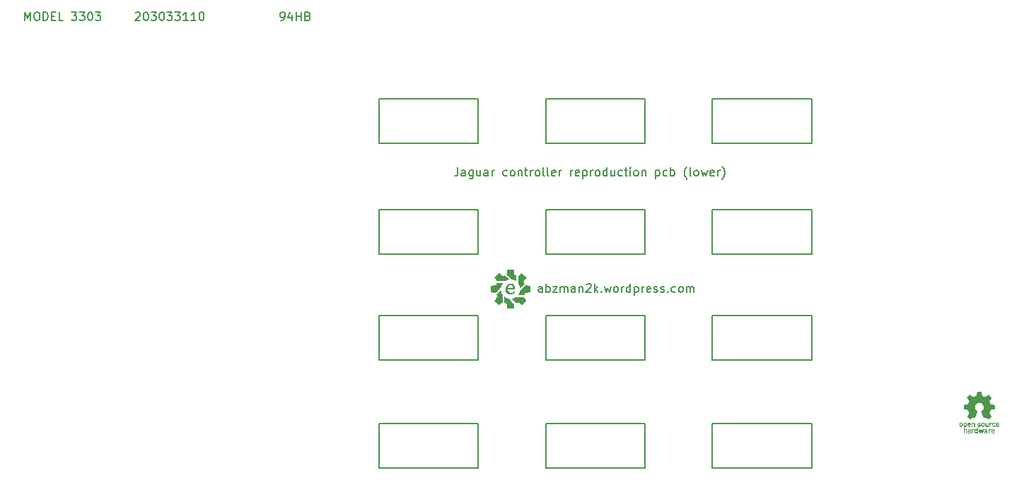
<source format=gto>
%TF.GenerationSoftware,KiCad,Pcbnew,(6.0.0)*%
%TF.CreationDate,2022-03-13T17:54:28-04:00*%
%TF.ProjectId,jaguar controller lower pcb,6a616775-6172-4206-936f-6e74726f6c6c,rev?*%
%TF.SameCoordinates,Original*%
%TF.FileFunction,Legend,Top*%
%TF.FilePolarity,Positive*%
%FSLAX46Y46*%
G04 Gerber Fmt 4.6, Leading zero omitted, Abs format (unit mm)*
G04 Created by KiCad (PCBNEW (6.0.0)) date 2022-03-13 17:54:28*
%MOMM*%
%LPD*%
G01*
G04 APERTURE LIST*
%ADD10C,0.150000*%
%ADD11R,0.720000X3.970000*%
%ADD12R,11.720000X0.720000*%
%ADD13C,1.600000*%
%ADD14O,1.600000X1.600000*%
%ADD15R,1.600000X1.600000*%
%ADD16R,1.700000X1.700000*%
%ADD17O,1.700000X1.700000*%
%ADD18R,1.350000X1.350000*%
%ADD19O,1.350000X1.350000*%
G04 APERTURE END LIST*
D10*
X97961961Y-69600819D02*
X98009580Y-69553200D01*
X98104819Y-69505580D01*
X98342914Y-69505580D01*
X98438152Y-69553200D01*
X98485771Y-69600819D01*
X98533390Y-69696057D01*
X98533390Y-69791295D01*
X98485771Y-69934152D01*
X97914342Y-70505580D01*
X98533390Y-70505580D01*
X99152438Y-69505580D02*
X99247676Y-69505580D01*
X99342914Y-69553200D01*
X99390533Y-69600819D01*
X99438152Y-69696057D01*
X99485771Y-69886533D01*
X99485771Y-70124628D01*
X99438152Y-70315104D01*
X99390533Y-70410342D01*
X99342914Y-70457961D01*
X99247676Y-70505580D01*
X99152438Y-70505580D01*
X99057200Y-70457961D01*
X99009580Y-70410342D01*
X98961961Y-70315104D01*
X98914342Y-70124628D01*
X98914342Y-69886533D01*
X98961961Y-69696057D01*
X99009580Y-69600819D01*
X99057200Y-69553200D01*
X99152438Y-69505580D01*
X99819104Y-69505580D02*
X100438152Y-69505580D01*
X100104819Y-69886533D01*
X100247676Y-69886533D01*
X100342914Y-69934152D01*
X100390533Y-69981771D01*
X100438152Y-70077009D01*
X100438152Y-70315104D01*
X100390533Y-70410342D01*
X100342914Y-70457961D01*
X100247676Y-70505580D01*
X99961961Y-70505580D01*
X99866723Y-70457961D01*
X99819104Y-70410342D01*
X101057200Y-69505580D02*
X101152438Y-69505580D01*
X101247676Y-69553200D01*
X101295295Y-69600819D01*
X101342914Y-69696057D01*
X101390533Y-69886533D01*
X101390533Y-70124628D01*
X101342914Y-70315104D01*
X101295295Y-70410342D01*
X101247676Y-70457961D01*
X101152438Y-70505580D01*
X101057200Y-70505580D01*
X100961961Y-70457961D01*
X100914342Y-70410342D01*
X100866723Y-70315104D01*
X100819104Y-70124628D01*
X100819104Y-69886533D01*
X100866723Y-69696057D01*
X100914342Y-69600819D01*
X100961961Y-69553200D01*
X101057200Y-69505580D01*
X101723866Y-69505580D02*
X102342914Y-69505580D01*
X102009580Y-69886533D01*
X102152438Y-69886533D01*
X102247676Y-69934152D01*
X102295295Y-69981771D01*
X102342914Y-70077009D01*
X102342914Y-70315104D01*
X102295295Y-70410342D01*
X102247676Y-70457961D01*
X102152438Y-70505580D01*
X101866723Y-70505580D01*
X101771485Y-70457961D01*
X101723866Y-70410342D01*
X102676247Y-69505580D02*
X103295295Y-69505580D01*
X102961961Y-69886533D01*
X103104819Y-69886533D01*
X103200057Y-69934152D01*
X103247676Y-69981771D01*
X103295295Y-70077009D01*
X103295295Y-70315104D01*
X103247676Y-70410342D01*
X103200057Y-70457961D01*
X103104819Y-70505580D01*
X102819104Y-70505580D01*
X102723866Y-70457961D01*
X102676247Y-70410342D01*
X104247676Y-70505580D02*
X103676247Y-70505580D01*
X103961961Y-70505580D02*
X103961961Y-69505580D01*
X103866723Y-69648438D01*
X103771485Y-69743676D01*
X103676247Y-69791295D01*
X105200057Y-70505580D02*
X104628628Y-70505580D01*
X104914342Y-70505580D02*
X104914342Y-69505580D01*
X104819104Y-69648438D01*
X104723866Y-69743676D01*
X104628628Y-69791295D01*
X105819104Y-69505580D02*
X105914342Y-69505580D01*
X106009580Y-69553200D01*
X106057200Y-69600819D01*
X106104819Y-69696057D01*
X106152438Y-69886533D01*
X106152438Y-70124628D01*
X106104819Y-70315104D01*
X106057200Y-70410342D01*
X106009580Y-70457961D01*
X105914342Y-70505580D01*
X105819104Y-70505580D01*
X105723866Y-70457961D01*
X105676247Y-70410342D01*
X105628628Y-70315104D01*
X105581009Y-70124628D01*
X105581009Y-69886533D01*
X105628628Y-69696057D01*
X105676247Y-69600819D01*
X105723866Y-69553200D01*
X105819104Y-69505580D01*
X84730200Y-70505580D02*
X84730200Y-69505580D01*
X85063533Y-70219866D01*
X85396866Y-69505580D01*
X85396866Y-70505580D01*
X86063533Y-69505580D02*
X86254009Y-69505580D01*
X86349247Y-69553200D01*
X86444485Y-69648438D01*
X86492104Y-69838914D01*
X86492104Y-70172247D01*
X86444485Y-70362723D01*
X86349247Y-70457961D01*
X86254009Y-70505580D01*
X86063533Y-70505580D01*
X85968295Y-70457961D01*
X85873057Y-70362723D01*
X85825438Y-70172247D01*
X85825438Y-69838914D01*
X85873057Y-69648438D01*
X85968295Y-69553200D01*
X86063533Y-69505580D01*
X86920676Y-70505580D02*
X86920676Y-69505580D01*
X87158771Y-69505580D01*
X87301628Y-69553200D01*
X87396866Y-69648438D01*
X87444485Y-69743676D01*
X87492104Y-69934152D01*
X87492104Y-70077009D01*
X87444485Y-70267485D01*
X87396866Y-70362723D01*
X87301628Y-70457961D01*
X87158771Y-70505580D01*
X86920676Y-70505580D01*
X87920676Y-69981771D02*
X88254009Y-69981771D01*
X88396866Y-70505580D02*
X87920676Y-70505580D01*
X87920676Y-69505580D01*
X88396866Y-69505580D01*
X89301628Y-70505580D02*
X88825438Y-70505580D01*
X88825438Y-69505580D01*
X90301628Y-69505580D02*
X90920676Y-69505580D01*
X90587342Y-69886533D01*
X90730200Y-69886533D01*
X90825438Y-69934152D01*
X90873057Y-69981771D01*
X90920676Y-70077009D01*
X90920676Y-70315104D01*
X90873057Y-70410342D01*
X90825438Y-70457961D01*
X90730200Y-70505580D01*
X90444485Y-70505580D01*
X90349247Y-70457961D01*
X90301628Y-70410342D01*
X91254009Y-69505580D02*
X91873057Y-69505580D01*
X91539723Y-69886533D01*
X91682580Y-69886533D01*
X91777819Y-69934152D01*
X91825438Y-69981771D01*
X91873057Y-70077009D01*
X91873057Y-70315104D01*
X91825438Y-70410342D01*
X91777819Y-70457961D01*
X91682580Y-70505580D01*
X91396866Y-70505580D01*
X91301628Y-70457961D01*
X91254009Y-70410342D01*
X92492104Y-69505580D02*
X92587342Y-69505580D01*
X92682580Y-69553200D01*
X92730200Y-69600819D01*
X92777819Y-69696057D01*
X92825438Y-69886533D01*
X92825438Y-70124628D01*
X92777819Y-70315104D01*
X92730200Y-70410342D01*
X92682580Y-70457961D01*
X92587342Y-70505580D01*
X92492104Y-70505580D01*
X92396866Y-70457961D01*
X92349247Y-70410342D01*
X92301628Y-70315104D01*
X92254009Y-70124628D01*
X92254009Y-69886533D01*
X92301628Y-69696057D01*
X92349247Y-69600819D01*
X92396866Y-69553200D01*
X92492104Y-69505580D01*
X93158771Y-69505580D02*
X93777819Y-69505580D01*
X93444485Y-69886533D01*
X93587342Y-69886533D01*
X93682580Y-69934152D01*
X93730200Y-69981771D01*
X93777819Y-70077009D01*
X93777819Y-70315104D01*
X93730200Y-70410342D01*
X93682580Y-70457961D01*
X93587342Y-70505580D01*
X93301628Y-70505580D01*
X93206390Y-70457961D01*
X93158771Y-70410342D01*
X136541266Y-88149180D02*
X136541266Y-88863466D01*
X136493647Y-89006323D01*
X136398409Y-89101561D01*
X136255552Y-89149180D01*
X136160314Y-89149180D01*
X137446028Y-89149180D02*
X137446028Y-88625371D01*
X137398409Y-88530133D01*
X137303171Y-88482514D01*
X137112695Y-88482514D01*
X137017457Y-88530133D01*
X137446028Y-89101561D02*
X137350790Y-89149180D01*
X137112695Y-89149180D01*
X137017457Y-89101561D01*
X136969838Y-89006323D01*
X136969838Y-88911085D01*
X137017457Y-88815847D01*
X137112695Y-88768228D01*
X137350790Y-88768228D01*
X137446028Y-88720609D01*
X138350790Y-88482514D02*
X138350790Y-89292038D01*
X138303171Y-89387276D01*
X138255552Y-89434895D01*
X138160314Y-89482514D01*
X138017457Y-89482514D01*
X137922219Y-89434895D01*
X138350790Y-89101561D02*
X138255552Y-89149180D01*
X138065076Y-89149180D01*
X137969838Y-89101561D01*
X137922219Y-89053942D01*
X137874600Y-88958704D01*
X137874600Y-88672990D01*
X137922219Y-88577752D01*
X137969838Y-88530133D01*
X138065076Y-88482514D01*
X138255552Y-88482514D01*
X138350790Y-88530133D01*
X139255552Y-88482514D02*
X139255552Y-89149180D01*
X138826980Y-88482514D02*
X138826980Y-89006323D01*
X138874600Y-89101561D01*
X138969838Y-89149180D01*
X139112695Y-89149180D01*
X139207933Y-89101561D01*
X139255552Y-89053942D01*
X140160314Y-89149180D02*
X140160314Y-88625371D01*
X140112695Y-88530133D01*
X140017457Y-88482514D01*
X139826980Y-88482514D01*
X139731742Y-88530133D01*
X140160314Y-89101561D02*
X140065076Y-89149180D01*
X139826980Y-89149180D01*
X139731742Y-89101561D01*
X139684123Y-89006323D01*
X139684123Y-88911085D01*
X139731742Y-88815847D01*
X139826980Y-88768228D01*
X140065076Y-88768228D01*
X140160314Y-88720609D01*
X140636504Y-89149180D02*
X140636504Y-88482514D01*
X140636504Y-88672990D02*
X140684123Y-88577752D01*
X140731742Y-88530133D01*
X140826980Y-88482514D01*
X140922219Y-88482514D01*
X142446028Y-89101561D02*
X142350790Y-89149180D01*
X142160314Y-89149180D01*
X142065076Y-89101561D01*
X142017457Y-89053942D01*
X141969838Y-88958704D01*
X141969838Y-88672990D01*
X142017457Y-88577752D01*
X142065076Y-88530133D01*
X142160314Y-88482514D01*
X142350790Y-88482514D01*
X142446028Y-88530133D01*
X143017457Y-89149180D02*
X142922219Y-89101561D01*
X142874600Y-89053942D01*
X142826980Y-88958704D01*
X142826980Y-88672990D01*
X142874600Y-88577752D01*
X142922219Y-88530133D01*
X143017457Y-88482514D01*
X143160314Y-88482514D01*
X143255552Y-88530133D01*
X143303171Y-88577752D01*
X143350790Y-88672990D01*
X143350790Y-88958704D01*
X143303171Y-89053942D01*
X143255552Y-89101561D01*
X143160314Y-89149180D01*
X143017457Y-89149180D01*
X143779361Y-88482514D02*
X143779361Y-89149180D01*
X143779361Y-88577752D02*
X143826980Y-88530133D01*
X143922219Y-88482514D01*
X144065076Y-88482514D01*
X144160314Y-88530133D01*
X144207933Y-88625371D01*
X144207933Y-89149180D01*
X144541266Y-88482514D02*
X144922219Y-88482514D01*
X144684123Y-88149180D02*
X144684123Y-89006323D01*
X144731742Y-89101561D01*
X144826980Y-89149180D01*
X144922219Y-89149180D01*
X145255552Y-89149180D02*
X145255552Y-88482514D01*
X145255552Y-88672990D02*
X145303171Y-88577752D01*
X145350790Y-88530133D01*
X145446028Y-88482514D01*
X145541266Y-88482514D01*
X146017457Y-89149180D02*
X145922219Y-89101561D01*
X145874600Y-89053942D01*
X145826980Y-88958704D01*
X145826980Y-88672990D01*
X145874600Y-88577752D01*
X145922219Y-88530133D01*
X146017457Y-88482514D01*
X146160314Y-88482514D01*
X146255552Y-88530133D01*
X146303171Y-88577752D01*
X146350790Y-88672990D01*
X146350790Y-88958704D01*
X146303171Y-89053942D01*
X146255552Y-89101561D01*
X146160314Y-89149180D01*
X146017457Y-89149180D01*
X146922219Y-89149180D02*
X146826980Y-89101561D01*
X146779361Y-89006323D01*
X146779361Y-88149180D01*
X147446028Y-89149180D02*
X147350790Y-89101561D01*
X147303171Y-89006323D01*
X147303171Y-88149180D01*
X148207933Y-89101561D02*
X148112695Y-89149180D01*
X147922219Y-89149180D01*
X147826980Y-89101561D01*
X147779361Y-89006323D01*
X147779361Y-88625371D01*
X147826980Y-88530133D01*
X147922219Y-88482514D01*
X148112695Y-88482514D01*
X148207933Y-88530133D01*
X148255552Y-88625371D01*
X148255552Y-88720609D01*
X147779361Y-88815847D01*
X148684123Y-89149180D02*
X148684123Y-88482514D01*
X148684123Y-88672990D02*
X148731742Y-88577752D01*
X148779361Y-88530133D01*
X148874600Y-88482514D01*
X148969838Y-88482514D01*
X150065076Y-89149180D02*
X150065076Y-88482514D01*
X150065076Y-88672990D02*
X150112695Y-88577752D01*
X150160314Y-88530133D01*
X150255552Y-88482514D01*
X150350790Y-88482514D01*
X151065076Y-89101561D02*
X150969838Y-89149180D01*
X150779361Y-89149180D01*
X150684123Y-89101561D01*
X150636504Y-89006323D01*
X150636504Y-88625371D01*
X150684123Y-88530133D01*
X150779361Y-88482514D01*
X150969838Y-88482514D01*
X151065076Y-88530133D01*
X151112695Y-88625371D01*
X151112695Y-88720609D01*
X150636504Y-88815847D01*
X151541266Y-88482514D02*
X151541266Y-89482514D01*
X151541266Y-88530133D02*
X151636504Y-88482514D01*
X151826980Y-88482514D01*
X151922219Y-88530133D01*
X151969838Y-88577752D01*
X152017457Y-88672990D01*
X152017457Y-88958704D01*
X151969838Y-89053942D01*
X151922219Y-89101561D01*
X151826980Y-89149180D01*
X151636504Y-89149180D01*
X151541266Y-89101561D01*
X152446028Y-89149180D02*
X152446028Y-88482514D01*
X152446028Y-88672990D02*
X152493647Y-88577752D01*
X152541266Y-88530133D01*
X152636504Y-88482514D01*
X152731742Y-88482514D01*
X153207933Y-89149180D02*
X153112695Y-89101561D01*
X153065076Y-89053942D01*
X153017457Y-88958704D01*
X153017457Y-88672990D01*
X153065076Y-88577752D01*
X153112695Y-88530133D01*
X153207933Y-88482514D01*
X153350790Y-88482514D01*
X153446028Y-88530133D01*
X153493647Y-88577752D01*
X153541266Y-88672990D01*
X153541266Y-88958704D01*
X153493647Y-89053942D01*
X153446028Y-89101561D01*
X153350790Y-89149180D01*
X153207933Y-89149180D01*
X154398409Y-89149180D02*
X154398409Y-88149180D01*
X154398409Y-89101561D02*
X154303171Y-89149180D01*
X154112695Y-89149180D01*
X154017457Y-89101561D01*
X153969838Y-89053942D01*
X153922219Y-88958704D01*
X153922219Y-88672990D01*
X153969838Y-88577752D01*
X154017457Y-88530133D01*
X154112695Y-88482514D01*
X154303171Y-88482514D01*
X154398409Y-88530133D01*
X155303171Y-88482514D02*
X155303171Y-89149180D01*
X154874600Y-88482514D02*
X154874600Y-89006323D01*
X154922219Y-89101561D01*
X155017457Y-89149180D01*
X155160314Y-89149180D01*
X155255552Y-89101561D01*
X155303171Y-89053942D01*
X156207933Y-89101561D02*
X156112695Y-89149180D01*
X155922219Y-89149180D01*
X155826980Y-89101561D01*
X155779361Y-89053942D01*
X155731742Y-88958704D01*
X155731742Y-88672990D01*
X155779361Y-88577752D01*
X155826980Y-88530133D01*
X155922219Y-88482514D01*
X156112695Y-88482514D01*
X156207933Y-88530133D01*
X156493647Y-88482514D02*
X156874600Y-88482514D01*
X156636504Y-88149180D02*
X156636504Y-89006323D01*
X156684123Y-89101561D01*
X156779361Y-89149180D01*
X156874600Y-89149180D01*
X157207933Y-89149180D02*
X157207933Y-88482514D01*
X157207933Y-88149180D02*
X157160314Y-88196800D01*
X157207933Y-88244419D01*
X157255552Y-88196800D01*
X157207933Y-88149180D01*
X157207933Y-88244419D01*
X157826980Y-89149180D02*
X157731742Y-89101561D01*
X157684123Y-89053942D01*
X157636504Y-88958704D01*
X157636504Y-88672990D01*
X157684123Y-88577752D01*
X157731742Y-88530133D01*
X157826980Y-88482514D01*
X157969838Y-88482514D01*
X158065076Y-88530133D01*
X158112695Y-88577752D01*
X158160314Y-88672990D01*
X158160314Y-88958704D01*
X158112695Y-89053942D01*
X158065076Y-89101561D01*
X157969838Y-89149180D01*
X157826980Y-89149180D01*
X158588885Y-88482514D02*
X158588885Y-89149180D01*
X158588885Y-88577752D02*
X158636504Y-88530133D01*
X158731742Y-88482514D01*
X158874600Y-88482514D01*
X158969838Y-88530133D01*
X159017457Y-88625371D01*
X159017457Y-89149180D01*
X160255552Y-88482514D02*
X160255552Y-89482514D01*
X160255552Y-88530133D02*
X160350790Y-88482514D01*
X160541266Y-88482514D01*
X160636504Y-88530133D01*
X160684123Y-88577752D01*
X160731742Y-88672990D01*
X160731742Y-88958704D01*
X160684123Y-89053942D01*
X160636504Y-89101561D01*
X160541266Y-89149180D01*
X160350790Y-89149180D01*
X160255552Y-89101561D01*
X161588885Y-89101561D02*
X161493647Y-89149180D01*
X161303171Y-89149180D01*
X161207933Y-89101561D01*
X161160314Y-89053942D01*
X161112695Y-88958704D01*
X161112695Y-88672990D01*
X161160314Y-88577752D01*
X161207933Y-88530133D01*
X161303171Y-88482514D01*
X161493647Y-88482514D01*
X161588885Y-88530133D01*
X162017457Y-89149180D02*
X162017457Y-88149180D01*
X162017457Y-88530133D02*
X162112695Y-88482514D01*
X162303171Y-88482514D01*
X162398409Y-88530133D01*
X162446028Y-88577752D01*
X162493647Y-88672990D01*
X162493647Y-88958704D01*
X162446028Y-89053942D01*
X162398409Y-89101561D01*
X162303171Y-89149180D01*
X162112695Y-89149180D01*
X162017457Y-89101561D01*
X163969838Y-89530133D02*
X163922219Y-89482514D01*
X163826980Y-89339657D01*
X163779361Y-89244419D01*
X163731742Y-89101561D01*
X163684123Y-88863466D01*
X163684123Y-88672990D01*
X163731742Y-88434895D01*
X163779361Y-88292038D01*
X163826980Y-88196800D01*
X163922219Y-88053942D01*
X163969838Y-88006323D01*
X164493647Y-89149180D02*
X164398409Y-89101561D01*
X164350790Y-89006323D01*
X164350790Y-88149180D01*
X165017457Y-89149180D02*
X164922219Y-89101561D01*
X164874599Y-89053942D01*
X164826980Y-88958704D01*
X164826980Y-88672990D01*
X164874599Y-88577752D01*
X164922219Y-88530133D01*
X165017457Y-88482514D01*
X165160314Y-88482514D01*
X165255552Y-88530133D01*
X165303171Y-88577752D01*
X165350790Y-88672990D01*
X165350790Y-88958704D01*
X165303171Y-89053942D01*
X165255552Y-89101561D01*
X165160314Y-89149180D01*
X165017457Y-89149180D01*
X165684123Y-88482514D02*
X165874599Y-89149180D01*
X166065076Y-88672990D01*
X166255552Y-89149180D01*
X166446028Y-88482514D01*
X167207933Y-89101561D02*
X167112695Y-89149180D01*
X166922219Y-89149180D01*
X166826980Y-89101561D01*
X166779361Y-89006323D01*
X166779361Y-88625371D01*
X166826980Y-88530133D01*
X166922219Y-88482514D01*
X167112695Y-88482514D01*
X167207933Y-88530133D01*
X167255552Y-88625371D01*
X167255552Y-88720609D01*
X166779361Y-88815847D01*
X167684123Y-89149180D02*
X167684123Y-88482514D01*
X167684123Y-88672990D02*
X167731742Y-88577752D01*
X167779361Y-88530133D01*
X167874599Y-88482514D01*
X167969838Y-88482514D01*
X168207933Y-89530133D02*
X168255552Y-89482514D01*
X168350790Y-89339657D01*
X168398409Y-89244419D01*
X168446028Y-89101561D01*
X168493647Y-88863466D01*
X168493647Y-88672990D01*
X168446028Y-88434895D01*
X168398409Y-88292038D01*
X168350790Y-88196800D01*
X168255552Y-88053942D01*
X168207933Y-88006323D01*
X146641657Y-103093780D02*
X146641657Y-102569971D01*
X146594038Y-102474733D01*
X146498800Y-102427114D01*
X146308323Y-102427114D01*
X146213085Y-102474733D01*
X146641657Y-103046161D02*
X146546419Y-103093780D01*
X146308323Y-103093780D01*
X146213085Y-103046161D01*
X146165466Y-102950923D01*
X146165466Y-102855685D01*
X146213085Y-102760447D01*
X146308323Y-102712828D01*
X146546419Y-102712828D01*
X146641657Y-102665209D01*
X147117847Y-103093780D02*
X147117847Y-102093780D01*
X147117847Y-102474733D02*
X147213085Y-102427114D01*
X147403561Y-102427114D01*
X147498800Y-102474733D01*
X147546419Y-102522352D01*
X147594038Y-102617590D01*
X147594038Y-102903304D01*
X147546419Y-102998542D01*
X147498800Y-103046161D01*
X147403561Y-103093780D01*
X147213085Y-103093780D01*
X147117847Y-103046161D01*
X147927371Y-102427114D02*
X148451180Y-102427114D01*
X147927371Y-103093780D01*
X148451180Y-103093780D01*
X148832133Y-103093780D02*
X148832133Y-102427114D01*
X148832133Y-102522352D02*
X148879752Y-102474733D01*
X148974990Y-102427114D01*
X149117847Y-102427114D01*
X149213085Y-102474733D01*
X149260704Y-102569971D01*
X149260704Y-103093780D01*
X149260704Y-102569971D02*
X149308323Y-102474733D01*
X149403561Y-102427114D01*
X149546419Y-102427114D01*
X149641657Y-102474733D01*
X149689276Y-102569971D01*
X149689276Y-103093780D01*
X150594038Y-103093780D02*
X150594038Y-102569971D01*
X150546419Y-102474733D01*
X150451180Y-102427114D01*
X150260704Y-102427114D01*
X150165466Y-102474733D01*
X150594038Y-103046161D02*
X150498800Y-103093780D01*
X150260704Y-103093780D01*
X150165466Y-103046161D01*
X150117847Y-102950923D01*
X150117847Y-102855685D01*
X150165466Y-102760447D01*
X150260704Y-102712828D01*
X150498800Y-102712828D01*
X150594038Y-102665209D01*
X151070228Y-102427114D02*
X151070228Y-103093780D01*
X151070228Y-102522352D02*
X151117847Y-102474733D01*
X151213085Y-102427114D01*
X151355942Y-102427114D01*
X151451180Y-102474733D01*
X151498800Y-102569971D01*
X151498800Y-103093780D01*
X151927371Y-102189019D02*
X151974990Y-102141400D01*
X152070228Y-102093780D01*
X152308323Y-102093780D01*
X152403561Y-102141400D01*
X152451180Y-102189019D01*
X152498800Y-102284257D01*
X152498800Y-102379495D01*
X152451180Y-102522352D01*
X151879752Y-103093780D01*
X152498800Y-103093780D01*
X152927371Y-103093780D02*
X152927371Y-102093780D01*
X153022609Y-102712828D02*
X153308323Y-103093780D01*
X153308323Y-102427114D02*
X152927371Y-102808066D01*
X153736895Y-102998542D02*
X153784514Y-103046161D01*
X153736895Y-103093780D01*
X153689276Y-103046161D01*
X153736895Y-102998542D01*
X153736895Y-103093780D01*
X154117847Y-102427114D02*
X154308323Y-103093780D01*
X154498800Y-102617590D01*
X154689276Y-103093780D01*
X154879752Y-102427114D01*
X155403561Y-103093780D02*
X155308323Y-103046161D01*
X155260704Y-102998542D01*
X155213085Y-102903304D01*
X155213085Y-102617590D01*
X155260704Y-102522352D01*
X155308323Y-102474733D01*
X155403561Y-102427114D01*
X155546419Y-102427114D01*
X155641657Y-102474733D01*
X155689276Y-102522352D01*
X155736895Y-102617590D01*
X155736895Y-102903304D01*
X155689276Y-102998542D01*
X155641657Y-103046161D01*
X155546419Y-103093780D01*
X155403561Y-103093780D01*
X156165466Y-103093780D02*
X156165466Y-102427114D01*
X156165466Y-102617590D02*
X156213085Y-102522352D01*
X156260704Y-102474733D01*
X156355942Y-102427114D01*
X156451180Y-102427114D01*
X157213085Y-103093780D02*
X157213085Y-102093780D01*
X157213085Y-103046161D02*
X157117847Y-103093780D01*
X156927371Y-103093780D01*
X156832133Y-103046161D01*
X156784514Y-102998542D01*
X156736895Y-102903304D01*
X156736895Y-102617590D01*
X156784514Y-102522352D01*
X156832133Y-102474733D01*
X156927371Y-102427114D01*
X157117847Y-102427114D01*
X157213085Y-102474733D01*
X157689276Y-102427114D02*
X157689276Y-103427114D01*
X157689276Y-102474733D02*
X157784514Y-102427114D01*
X157974990Y-102427114D01*
X158070228Y-102474733D01*
X158117847Y-102522352D01*
X158165466Y-102617590D01*
X158165466Y-102903304D01*
X158117847Y-102998542D01*
X158070228Y-103046161D01*
X157974990Y-103093780D01*
X157784514Y-103093780D01*
X157689276Y-103046161D01*
X158594038Y-103093780D02*
X158594038Y-102427114D01*
X158594038Y-102617590D02*
X158641657Y-102522352D01*
X158689276Y-102474733D01*
X158784514Y-102427114D01*
X158879752Y-102427114D01*
X159594038Y-103046161D02*
X159498800Y-103093780D01*
X159308323Y-103093780D01*
X159213085Y-103046161D01*
X159165466Y-102950923D01*
X159165466Y-102569971D01*
X159213085Y-102474733D01*
X159308323Y-102427114D01*
X159498800Y-102427114D01*
X159594038Y-102474733D01*
X159641657Y-102569971D01*
X159641657Y-102665209D01*
X159165466Y-102760447D01*
X160022609Y-103046161D02*
X160117847Y-103093780D01*
X160308323Y-103093780D01*
X160403561Y-103046161D01*
X160451180Y-102950923D01*
X160451180Y-102903304D01*
X160403561Y-102808066D01*
X160308323Y-102760447D01*
X160165466Y-102760447D01*
X160070228Y-102712828D01*
X160022609Y-102617590D01*
X160022609Y-102569971D01*
X160070228Y-102474733D01*
X160165466Y-102427114D01*
X160308323Y-102427114D01*
X160403561Y-102474733D01*
X160832133Y-103046161D02*
X160927371Y-103093780D01*
X161117847Y-103093780D01*
X161213085Y-103046161D01*
X161260704Y-102950923D01*
X161260704Y-102903304D01*
X161213085Y-102808066D01*
X161117847Y-102760447D01*
X160974990Y-102760447D01*
X160879752Y-102712828D01*
X160832133Y-102617590D01*
X160832133Y-102569971D01*
X160879752Y-102474733D01*
X160974990Y-102427114D01*
X161117847Y-102427114D01*
X161213085Y-102474733D01*
X161689276Y-102998542D02*
X161736895Y-103046161D01*
X161689276Y-103093780D01*
X161641657Y-103046161D01*
X161689276Y-102998542D01*
X161689276Y-103093780D01*
X162594038Y-103046161D02*
X162498800Y-103093780D01*
X162308323Y-103093780D01*
X162213085Y-103046161D01*
X162165466Y-102998542D01*
X162117847Y-102903304D01*
X162117847Y-102617590D01*
X162165466Y-102522352D01*
X162213085Y-102474733D01*
X162308323Y-102427114D01*
X162498800Y-102427114D01*
X162594038Y-102474733D01*
X163165466Y-103093780D02*
X163070228Y-103046161D01*
X163022609Y-102998542D01*
X162974990Y-102903304D01*
X162974990Y-102617590D01*
X163022609Y-102522352D01*
X163070228Y-102474733D01*
X163165466Y-102427114D01*
X163308323Y-102427114D01*
X163403561Y-102474733D01*
X163451180Y-102522352D01*
X163498800Y-102617590D01*
X163498800Y-102903304D01*
X163451180Y-102998542D01*
X163403561Y-103046161D01*
X163308323Y-103093780D01*
X163165466Y-103093780D01*
X163927371Y-103093780D02*
X163927371Y-102427114D01*
X163927371Y-102522352D02*
X163974990Y-102474733D01*
X164070228Y-102427114D01*
X164213085Y-102427114D01*
X164308323Y-102474733D01*
X164355942Y-102569971D01*
X164355942Y-103093780D01*
X164355942Y-102569971D02*
X164403561Y-102474733D01*
X164498800Y-102427114D01*
X164641657Y-102427114D01*
X164736895Y-102474733D01*
X164784514Y-102569971D01*
X164784514Y-103093780D01*
X115352723Y-70505580D02*
X115543200Y-70505580D01*
X115638438Y-70457961D01*
X115686057Y-70410342D01*
X115781295Y-70267485D01*
X115828914Y-70077009D01*
X115828914Y-69696057D01*
X115781295Y-69600819D01*
X115733676Y-69553200D01*
X115638438Y-69505580D01*
X115447961Y-69505580D01*
X115352723Y-69553200D01*
X115305104Y-69600819D01*
X115257485Y-69696057D01*
X115257485Y-69934152D01*
X115305104Y-70029390D01*
X115352723Y-70077009D01*
X115447961Y-70124628D01*
X115638438Y-70124628D01*
X115733676Y-70077009D01*
X115781295Y-70029390D01*
X115828914Y-69934152D01*
X116686057Y-69838914D02*
X116686057Y-70505580D01*
X116447961Y-69457961D02*
X116209866Y-70172247D01*
X116828914Y-70172247D01*
X117209866Y-70505580D02*
X117209866Y-69505580D01*
X117209866Y-69981771D02*
X117781295Y-69981771D01*
X117781295Y-70505580D02*
X117781295Y-69505580D01*
X118590819Y-69981771D02*
X118733676Y-70029390D01*
X118781295Y-70077009D01*
X118828914Y-70172247D01*
X118828914Y-70315104D01*
X118781295Y-70410342D01*
X118733676Y-70457961D01*
X118638438Y-70505580D01*
X118257485Y-70505580D01*
X118257485Y-69505580D01*
X118590819Y-69505580D01*
X118686057Y-69553200D01*
X118733676Y-69600819D01*
X118781295Y-69696057D01*
X118781295Y-69791295D01*
X118733676Y-69886533D01*
X118686057Y-69934152D01*
X118590819Y-69981771D01*
X118257485Y-69981771D01*
%TO.C,SW10*%
X167030000Y-79905000D02*
X167030000Y-85245000D01*
X178900000Y-79905000D02*
X167030000Y-79905000D01*
X167030000Y-85245000D02*
X178900000Y-85245000D01*
X178900000Y-85245000D02*
X178900000Y-79905000D01*
%TO.C,SW12*%
X178900000Y-124175000D02*
X178900000Y-118835000D01*
X167030000Y-118835000D02*
X167030000Y-124175000D01*
X167030000Y-124175000D02*
X178900000Y-124175000D01*
X178900000Y-118835000D02*
X167030000Y-118835000D01*
%TO.C,G\u002A\u002A\u002A*%
G36*
X199579760Y-119831531D02*
G01*
X199596804Y-119794461D01*
X199624070Y-119764261D01*
X199658766Y-119742673D01*
X199672241Y-119737318D01*
X199687449Y-119733465D01*
X199706930Y-119730792D01*
X199733225Y-119728978D01*
X199768872Y-119727701D01*
X199779108Y-119727439D01*
X199871318Y-119725195D01*
X199871318Y-119688951D01*
X199869506Y-119662154D01*
X199863680Y-119644786D01*
X199860378Y-119640216D01*
X199841083Y-119626461D01*
X199813917Y-119617643D01*
X199782322Y-119613750D01*
X199749742Y-119614770D01*
X199719617Y-119620690D01*
X199695391Y-119631498D01*
X199684683Y-119640841D01*
X199679403Y-119645368D01*
X199672694Y-119645231D01*
X199662025Y-119639415D01*
X199644863Y-119626906D01*
X199639359Y-119622689D01*
X199621557Y-119608345D01*
X199608478Y-119596575D01*
X199602607Y-119589640D01*
X199602502Y-119589169D01*
X199607634Y-119579535D01*
X199620995Y-119566721D01*
X199639531Y-119552937D01*
X199660192Y-119540393D01*
X199679923Y-119531300D01*
X199684534Y-119529771D01*
X199718019Y-119523234D01*
X199758494Y-119520442D01*
X199801031Y-119521374D01*
X199840699Y-119526006D01*
X199861203Y-119530588D01*
X199894510Y-119544602D01*
X199924588Y-119565837D01*
X199948495Y-119591653D01*
X199963286Y-119619410D01*
X199964432Y-119623191D01*
X199966548Y-119637592D01*
X199968319Y-119663454D01*
X199969710Y-119699739D01*
X199970687Y-119745409D01*
X199971218Y-119799427D01*
X199971308Y-119834180D01*
X199971343Y-120020164D01*
X199871318Y-120020164D01*
X199871318Y-119981543D01*
X199852370Y-119997487D01*
X199833026Y-120010180D01*
X199811652Y-120019457D01*
X199810172Y-120019888D01*
X199779389Y-120024922D01*
X199742935Y-120025714D01*
X199706650Y-120022470D01*
X199676375Y-120015392D01*
X199675877Y-120015215D01*
X199636146Y-119995109D01*
X199605430Y-119967322D01*
X199584496Y-119933319D01*
X199574111Y-119894567D01*
X199574618Y-119871690D01*
X199671468Y-119871690D01*
X199676543Y-119896206D01*
X199691030Y-119914236D01*
X199710182Y-119922862D01*
X199727619Y-119926748D01*
X199736910Y-119928929D01*
X199755151Y-119930773D01*
X199779475Y-119930027D01*
X199805337Y-119927200D01*
X199828192Y-119922804D01*
X199843497Y-119917352D01*
X199844327Y-119916841D01*
X199859607Y-119901565D01*
X199868346Y-119879020D01*
X199871308Y-119847170D01*
X199871318Y-119844714D01*
X199871318Y-119813863D01*
X199792763Y-119813863D01*
X199750274Y-119814733D01*
X199718700Y-119817820D01*
X199696542Y-119823837D01*
X199682304Y-119833499D01*
X199674487Y-119847519D01*
X199671594Y-119866613D01*
X199671468Y-119871690D01*
X199574618Y-119871690D01*
X199575042Y-119852533D01*
X199579760Y-119831531D01*
G37*
G36*
X198972593Y-118736666D02*
G01*
X199008237Y-118742075D01*
X199041268Y-118749758D01*
X199064064Y-118757702D01*
X199087717Y-118769262D01*
X199108922Y-118781607D01*
X199124957Y-118792951D01*
X199133098Y-118801512D01*
X199133594Y-118803242D01*
X199129824Y-118810283D01*
X199119870Y-118823832D01*
X199105838Y-118841033D01*
X199104962Y-118842061D01*
X199076287Y-118875626D01*
X199041584Y-118856041D01*
X199010754Y-118842883D01*
X198975888Y-118834712D01*
X198940899Y-118831909D01*
X198909699Y-118834858D01*
X198890674Y-118841311D01*
X198871193Y-118856555D01*
X198861070Y-118875478D01*
X198860569Y-118895209D01*
X198869954Y-118912877D01*
X198883185Y-118922817D01*
X198898593Y-118928031D01*
X198921541Y-118932676D01*
X198947070Y-118935750D01*
X198947172Y-118935758D01*
X198999111Y-118941025D01*
X199040305Y-118948365D01*
X199072438Y-118958499D01*
X199097196Y-118972151D01*
X199116263Y-118990041D01*
X199131325Y-119012892D01*
X199132524Y-119015183D01*
X199143666Y-119047206D01*
X199148001Y-119083619D01*
X199145363Y-119119404D01*
X199136902Y-119146898D01*
X199115579Y-119177860D01*
X199084543Y-119203612D01*
X199045752Y-119223434D01*
X199001163Y-119236600D01*
X198952733Y-119242389D01*
X198902421Y-119240076D01*
X198889827Y-119238156D01*
X198865255Y-119232052D01*
X198836734Y-119222372D01*
X198815764Y-119213600D01*
X198792895Y-119201756D01*
X198770022Y-119188000D01*
X198749768Y-119174155D01*
X198734759Y-119162042D01*
X198727620Y-119153485D01*
X198727366Y-119152237D01*
X198731772Y-119146378D01*
X198743319Y-119134795D01*
X198759620Y-119119863D01*
X198761692Y-119118039D01*
X198795938Y-119088004D01*
X198824059Y-119107352D01*
X198862132Y-119129064D01*
X198900964Y-119141104D01*
X198945377Y-119144944D01*
X198947078Y-119144948D01*
X198987615Y-119142006D01*
X199017287Y-119133097D01*
X199036279Y-119118100D01*
X199044779Y-119096894D01*
X199044927Y-119081199D01*
X199041165Y-119065905D01*
X199032249Y-119054342D01*
X199016518Y-119045740D01*
X198992311Y-119039325D01*
X198957966Y-119034327D01*
X198940039Y-119032456D01*
X198889091Y-119025692D01*
X198848836Y-119015822D01*
X198817683Y-119002053D01*
X198794037Y-118983593D01*
X198776307Y-118959649D01*
X198770360Y-118948025D01*
X198763109Y-118925619D01*
X198759011Y-118900015D01*
X198758682Y-118892486D01*
X198763606Y-118847807D01*
X198778789Y-118810261D01*
X198804196Y-118779883D01*
X198839794Y-118756708D01*
X198885548Y-118740769D01*
X198912566Y-118735472D01*
X198939111Y-118734232D01*
X198972593Y-118736666D01*
G37*
G36*
X197583097Y-119812997D02*
G01*
X197600651Y-119781766D01*
X197612138Y-119768871D01*
X197628912Y-119754937D01*
X197646737Y-119744614D01*
X197667920Y-119737308D01*
X197694770Y-119732423D01*
X197729596Y-119729365D01*
X197772365Y-119727605D01*
X197864575Y-119724979D01*
X197864575Y-119690865D01*
X197863362Y-119669154D01*
X197860260Y-119651005D01*
X197857820Y-119644131D01*
X197843868Y-119630149D01*
X197820452Y-119619925D01*
X197790306Y-119614457D01*
X197774910Y-119613814D01*
X197740013Y-119615274D01*
X197714447Y-119620142D01*
X197695330Y-119629151D01*
X197686323Y-119636318D01*
X197670434Y-119651044D01*
X197633096Y-119622048D01*
X197615204Y-119607567D01*
X197601989Y-119595755D01*
X197595907Y-119588831D01*
X197595759Y-119588291D01*
X197600139Y-119581923D01*
X197611430Y-119570529D01*
X197622160Y-119560932D01*
X197648509Y-119542343D01*
X197678175Y-119529834D01*
X197713585Y-119522808D01*
X197757168Y-119520670D01*
X197783580Y-119521279D01*
X197816114Y-119523068D01*
X197839930Y-119525786D01*
X197858813Y-119530173D01*
X197876547Y-119536971D01*
X197885699Y-119541277D01*
X197920318Y-119563563D01*
X197945157Y-119592481D01*
X197958602Y-119620065D01*
X197961308Y-119631611D01*
X197963588Y-119651244D01*
X197965487Y-119679840D01*
X197967052Y-119718273D01*
X197968325Y-119767420D01*
X197969353Y-119828155D01*
X197969392Y-119831055D01*
X197971949Y-120020164D01*
X197864575Y-120020164D01*
X197864575Y-119981543D01*
X197845626Y-119997487D01*
X197826283Y-120010180D01*
X197804909Y-120019457D01*
X197803428Y-120019888D01*
X197774199Y-120024675D01*
X197739182Y-120025612D01*
X197704442Y-120022820D01*
X197679055Y-120017416D01*
X197638689Y-119999386D01*
X197606020Y-119973602D01*
X197582678Y-119941557D01*
X197574323Y-119921540D01*
X197568922Y-119886967D01*
X197570101Y-119873399D01*
X197664857Y-119873399D01*
X197671756Y-119894533D01*
X197687135Y-119912511D01*
X197709959Y-119924711D01*
X197718018Y-119926836D01*
X197737272Y-119929014D01*
X197762893Y-119929596D01*
X197790429Y-119928746D01*
X197815431Y-119926627D01*
X197833445Y-119923400D01*
X197836149Y-119922512D01*
X197849265Y-119911239D01*
X197858875Y-119890294D01*
X197863996Y-119862252D01*
X197864575Y-119848072D01*
X197864575Y-119812894D01*
X197780663Y-119814941D01*
X197746497Y-119815911D01*
X197722452Y-119817140D01*
X197706151Y-119819038D01*
X197695213Y-119822013D01*
X197687259Y-119826476D01*
X197680639Y-119832144D01*
X197667473Y-119851729D01*
X197664857Y-119873399D01*
X197570101Y-119873399D01*
X197572183Y-119849425D01*
X197583097Y-119812997D01*
G37*
G36*
X197201912Y-118738598D02*
G01*
X197201912Y-118787765D01*
X197232962Y-118766870D01*
X197273143Y-118746347D01*
X197314745Y-118736692D01*
X197355946Y-118737314D01*
X197394928Y-118747621D01*
X197429870Y-118767022D01*
X197458952Y-118794925D01*
X197480356Y-118830739D01*
X197487052Y-118849468D01*
X197491427Y-118872317D01*
X197494586Y-118904554D01*
X197496528Y-118943134D01*
X197497251Y-118985009D01*
X197496756Y-119027133D01*
X197495041Y-119066461D01*
X197492105Y-119099946D01*
X197487948Y-119124542D01*
X197487136Y-119127563D01*
X197469686Y-119166546D01*
X197443096Y-119198670D01*
X197409358Y-119222772D01*
X197370464Y-119237687D01*
X197328406Y-119242251D01*
X197297371Y-119238493D01*
X197275160Y-119231127D01*
X197249938Y-119219233D01*
X197234732Y-119210243D01*
X197201912Y-119188581D01*
X197201912Y-119379686D01*
X197202010Y-119435412D01*
X197202334Y-119479693D01*
X197202929Y-119513585D01*
X197203839Y-119538146D01*
X197205108Y-119554431D01*
X197206780Y-119563498D01*
X197208899Y-119566402D01*
X197209726Y-119566176D01*
X197219825Y-119559546D01*
X197234266Y-119549386D01*
X197236295Y-119547916D01*
X197272062Y-119529230D01*
X197312209Y-119520457D01*
X197353808Y-119521366D01*
X197393929Y-119531727D01*
X197429644Y-119551308D01*
X197444806Y-119564357D01*
X197457497Y-119577260D01*
X197467716Y-119588926D01*
X197475745Y-119600854D01*
X197481865Y-119614544D01*
X197486360Y-119631494D01*
X197489512Y-119653204D01*
X197491602Y-119681173D01*
X197492914Y-119716900D01*
X197493729Y-119761885D01*
X197494329Y-119817627D01*
X197494427Y-119827929D01*
X197496246Y-120020164D01*
X197395709Y-120020164D01*
X197395700Y-119856061D01*
X197395566Y-119801795D01*
X197394997Y-119758521D01*
X197393727Y-119724727D01*
X197391493Y-119698903D01*
X197388029Y-119679538D01*
X197383072Y-119665122D01*
X197376356Y-119654144D01*
X197367618Y-119645094D01*
X197357351Y-119637014D01*
X197329980Y-119624125D01*
X197299079Y-119620862D01*
X197268088Y-119626571D01*
X197240451Y-119640599D01*
X197219608Y-119662294D01*
X197218997Y-119663261D01*
X197214803Y-119670506D01*
X197211520Y-119678212D01*
X197209013Y-119687972D01*
X197207149Y-119701377D01*
X197205795Y-119720022D01*
X197204817Y-119745497D01*
X197204081Y-119779397D01*
X197203455Y-119823312D01*
X197203102Y-119852935D01*
X197201166Y-120020164D01*
X197101887Y-120020164D01*
X197101887Y-119001423D01*
X197201512Y-119001423D01*
X197204843Y-119041214D01*
X197212633Y-119076846D01*
X197224901Y-119105179D01*
X197230896Y-119113564D01*
X197251481Y-119129172D01*
X197278949Y-119138093D01*
X197309377Y-119139927D01*
X197338844Y-119134280D01*
X197355909Y-119126229D01*
X197369524Y-119115873D01*
X197379390Y-119103147D01*
X197386068Y-119085993D01*
X197390118Y-119062356D01*
X197392102Y-119030180D01*
X197392584Y-118991786D01*
X197392299Y-118954524D01*
X197391277Y-118927314D01*
X197389269Y-118907716D01*
X197386025Y-118893289D01*
X197381314Y-118881628D01*
X197364898Y-118858714D01*
X197342205Y-118844864D01*
X197311742Y-118839396D01*
X197289447Y-118839832D01*
X197266725Y-118842136D01*
X197252122Y-118846172D01*
X197241255Y-118853759D01*
X197232400Y-118863494D01*
X197218084Y-118888509D01*
X197208151Y-118921930D01*
X197202621Y-118960615D01*
X197201512Y-119001423D01*
X197101887Y-119001423D01*
X197101887Y-118738598D01*
X197201912Y-118738598D01*
G37*
G36*
X199048747Y-115025206D02*
G01*
X199099444Y-115025308D01*
X199139996Y-115025548D01*
X199171582Y-115025981D01*
X199195381Y-115026664D01*
X199212572Y-115027654D01*
X199224334Y-115029007D01*
X199231846Y-115030780D01*
X199236286Y-115033028D01*
X199238835Y-115035810D01*
X199239708Y-115037305D01*
X199242278Y-115046010D01*
X199246804Y-115065595D01*
X199252998Y-115094639D01*
X199260571Y-115131721D01*
X199269233Y-115175421D01*
X199278695Y-115224320D01*
X199288668Y-115276996D01*
X199290315Y-115285804D01*
X199300363Y-115338767D01*
X199310016Y-115388009D01*
X199318979Y-115432139D01*
X199326955Y-115469768D01*
X199333650Y-115499505D01*
X199338765Y-115519961D01*
X199342007Y-115529746D01*
X199342359Y-115530257D01*
X199350650Y-115535206D01*
X199368749Y-115543903D01*
X199394802Y-115555588D01*
X199426952Y-115569500D01*
X199463346Y-115584879D01*
X199502130Y-115600966D01*
X199541448Y-115617000D01*
X199579446Y-115632222D01*
X199614269Y-115645871D01*
X199644063Y-115657187D01*
X199666974Y-115665411D01*
X199681146Y-115669781D01*
X199684049Y-115670285D01*
X199692927Y-115667583D01*
X199709618Y-115658893D01*
X199734531Y-115643958D01*
X199768077Y-115622519D01*
X199810664Y-115594317D01*
X199862703Y-115559094D01*
X199892929Y-115538401D01*
X199945297Y-115502441D01*
X199988338Y-115472934D01*
X200023037Y-115449265D01*
X200050382Y-115430819D01*
X200071359Y-115416981D01*
X200086953Y-115407136D01*
X200098152Y-115400670D01*
X200105942Y-115396969D01*
X200111309Y-115395416D01*
X200115239Y-115395397D01*
X200118720Y-115396299D01*
X200120170Y-115396767D01*
X200128160Y-115402300D01*
X200143384Y-115415575D01*
X200164668Y-115435396D01*
X200190837Y-115460567D01*
X200220715Y-115489892D01*
X200253127Y-115522173D01*
X200286898Y-115556215D01*
X200320854Y-115590823D01*
X200353818Y-115624799D01*
X200384615Y-115656947D01*
X200412072Y-115686071D01*
X200435011Y-115710976D01*
X200452259Y-115730464D01*
X200462640Y-115743339D01*
X200465215Y-115747999D01*
X200461775Y-115755876D01*
X200451975Y-115772808D01*
X200436593Y-115797584D01*
X200416409Y-115828995D01*
X200392200Y-115865831D01*
X200364747Y-115906882D01*
X200334827Y-115950938D01*
X200330807Y-115956809D01*
X200290454Y-116016117D01*
X200257186Y-116065965D01*
X200231076Y-116106240D01*
X200212195Y-116136826D01*
X200200618Y-116157609D01*
X200196415Y-116168474D01*
X200196398Y-116168839D01*
X200198865Y-116179909D01*
X200205747Y-116200251D01*
X200216267Y-116228071D01*
X200229649Y-116261576D01*
X200245117Y-116298974D01*
X200261894Y-116338472D01*
X200279204Y-116378276D01*
X200296269Y-116416594D01*
X200312314Y-116451633D01*
X200326562Y-116481599D01*
X200338236Y-116504700D01*
X200346560Y-116519143D01*
X200349800Y-116523035D01*
X200358742Y-116526101D01*
X200378512Y-116531053D01*
X200407631Y-116537580D01*
X200444617Y-116545370D01*
X200487992Y-116554111D01*
X200536276Y-116563489D01*
X200584233Y-116572499D01*
X200635808Y-116582125D01*
X200683911Y-116591274D01*
X200727053Y-116599651D01*
X200763744Y-116606958D01*
X200792492Y-116612899D01*
X200811809Y-116617178D01*
X200819989Y-116619400D01*
X200834055Y-116625310D01*
X200834055Y-116874837D01*
X200834024Y-116937444D01*
X200833898Y-116988703D01*
X200833626Y-117029769D01*
X200833159Y-117061797D01*
X200832448Y-117085944D01*
X200831442Y-117103363D01*
X200830092Y-117115209D01*
X200828348Y-117122639D01*
X200826161Y-117126807D01*
X200823481Y-117128869D01*
X200823115Y-117129033D01*
X200814627Y-117131228D01*
X200795296Y-117135415D01*
X200766573Y-117141304D01*
X200729910Y-117148606D01*
X200686756Y-117157033D01*
X200638564Y-117166296D01*
X200587486Y-117175973D01*
X200524902Y-117187873D01*
X200473724Y-117197906D01*
X200433029Y-117206280D01*
X200401894Y-117213206D01*
X200379396Y-117218895D01*
X200364611Y-117223557D01*
X200356617Y-117227401D01*
X200354999Y-117228908D01*
X200350771Y-117237248D01*
X200342587Y-117255675D01*
X200331093Y-117282650D01*
X200316933Y-117316636D01*
X200300754Y-117356094D01*
X200283200Y-117399484D01*
X200277357Y-117414050D01*
X200254366Y-117472190D01*
X200236343Y-117519365D01*
X200223135Y-117556015D01*
X200214588Y-117582580D01*
X200210547Y-117599501D01*
X200210275Y-117605613D01*
X200214384Y-117614620D01*
X200224828Y-117632577D01*
X200240775Y-117658191D01*
X200261391Y-117690166D01*
X200285845Y-117727209D01*
X200313304Y-117768026D01*
X200339126Y-117805801D01*
X200368357Y-117848546D01*
X200395192Y-117888357D01*
X200418823Y-117923992D01*
X200438444Y-117954211D01*
X200453248Y-117977772D01*
X200462428Y-117993435D01*
X200465215Y-117999748D01*
X200460917Y-118006428D01*
X200448662Y-118020865D01*
X200429404Y-118042046D01*
X200404098Y-118068958D01*
X200373698Y-118100590D01*
X200339161Y-118135930D01*
X200301440Y-118173965D01*
X200291256Y-118184143D01*
X200245998Y-118229162D01*
X200208683Y-118265940D01*
X200178528Y-118295190D01*
X200154749Y-118317627D01*
X200136562Y-118333961D01*
X200123183Y-118344906D01*
X200113829Y-118351176D01*
X200107715Y-118353481D01*
X200105273Y-118353258D01*
X200097438Y-118348775D01*
X200080583Y-118338029D01*
X200055975Y-118321866D01*
X200024881Y-118301130D01*
X199988570Y-118276665D01*
X199948308Y-118249314D01*
X199912585Y-118224882D01*
X199870042Y-118195928D01*
X199830376Y-118169374D01*
X199794850Y-118146032D01*
X199764728Y-118126715D01*
X199741273Y-118112234D01*
X199725749Y-118103401D01*
X199719752Y-118100941D01*
X199710129Y-118103790D01*
X199691845Y-118111627D01*
X199667179Y-118123391D01*
X199638414Y-118138019D01*
X199625347Y-118144928D01*
X199595611Y-118160320D01*
X199569054Y-118173113D01*
X199547929Y-118182294D01*
X199534487Y-118186847D01*
X199531596Y-118187125D01*
X199528206Y-118184252D01*
X199522881Y-118175985D01*
X199515338Y-118161679D01*
X199505291Y-118140688D01*
X199492457Y-118112369D01*
X199476551Y-118076076D01*
X199457291Y-118031165D01*
X199434390Y-117976990D01*
X199407567Y-117912907D01*
X199376535Y-117838272D01*
X199354990Y-117786249D01*
X199327301Y-117719143D01*
X199301069Y-117655234D01*
X199276681Y-117595489D01*
X199254527Y-117540876D01*
X199234993Y-117492361D01*
X199218469Y-117450911D01*
X199205343Y-117417494D01*
X199196003Y-117393076D01*
X199190837Y-117378624D01*
X199189901Y-117375073D01*
X199195359Y-117363647D01*
X199210257Y-117350121D01*
X199216470Y-117345867D01*
X199234256Y-117333932D01*
X199257660Y-117317593D01*
X199282284Y-117299931D01*
X199287992Y-117295760D01*
X199348733Y-117243761D01*
X199399784Y-117184642D01*
X199440813Y-117119577D01*
X199471486Y-117049739D01*
X199491474Y-116976301D01*
X199500442Y-116900436D01*
X199498058Y-116823316D01*
X199483991Y-116746114D01*
X199462269Y-116680484D01*
X199442703Y-116637611D01*
X199419712Y-116598986D01*
X199390993Y-116561285D01*
X199354244Y-116521186D01*
X199346189Y-116513048D01*
X199290789Y-116463793D01*
X199233087Y-116425333D01*
X199170239Y-116395973D01*
X199124260Y-116380670D01*
X199079565Y-116371365D01*
X199027390Y-116366221D01*
X198972044Y-116365239D01*
X198917836Y-116368419D01*
X198869075Y-116375761D01*
X198849192Y-116380670D01*
X198775543Y-116408127D01*
X198707530Y-116445904D01*
X198646167Y-116492919D01*
X198592469Y-116548086D01*
X198547450Y-116610323D01*
X198512125Y-116678545D01*
X198487507Y-116751670D01*
X198482833Y-116772088D01*
X198472805Y-116850641D01*
X198474794Y-116928563D01*
X198488326Y-117004631D01*
X198512928Y-117077625D01*
X198548128Y-117146320D01*
X198593453Y-117209496D01*
X198648429Y-117265931D01*
X198685460Y-117295760D01*
X198709714Y-117313278D01*
X198733822Y-117330225D01*
X198753388Y-117343521D01*
X198756982Y-117345867D01*
X198774366Y-117359550D01*
X198782998Y-117371890D01*
X198783551Y-117375073D01*
X198781212Y-117382754D01*
X198774455Y-117401010D01*
X198763667Y-117428875D01*
X198749237Y-117465380D01*
X198731553Y-117509560D01*
X198711003Y-117560447D01*
X198687976Y-117617073D01*
X198662860Y-117678473D01*
X198636043Y-117743680D01*
X198618462Y-117786249D01*
X198584671Y-117867773D01*
X198555264Y-117938343D01*
X198529957Y-117998604D01*
X198508466Y-118049200D01*
X198490507Y-118090777D01*
X198475797Y-118123979D01*
X198464050Y-118149451D01*
X198454983Y-118167839D01*
X198448312Y-118179786D01*
X198443752Y-118185938D01*
X198441856Y-118187125D01*
X198432488Y-118184917D01*
X198414450Y-118177638D01*
X198389994Y-118166302D01*
X198361373Y-118151923D01*
X198348104Y-118144928D01*
X198318276Y-118129394D01*
X198291567Y-118116268D01*
X198270259Y-118106612D01*
X198256631Y-118101487D01*
X198253700Y-118100941D01*
X198245846Y-118104379D01*
X198228996Y-118114150D01*
X198204413Y-118129442D01*
X198173361Y-118149444D01*
X198137103Y-118173342D01*
X198096902Y-118200326D01*
X198060867Y-118224882D01*
X198018277Y-118253993D01*
X197978580Y-118280925D01*
X197943043Y-118304833D01*
X197912933Y-118324873D01*
X197889518Y-118340200D01*
X197874064Y-118349969D01*
X197868178Y-118353258D01*
X197863634Y-118352990D01*
X197856320Y-118349187D01*
X197845452Y-118341136D01*
X197830247Y-118328124D01*
X197809921Y-118309438D01*
X197783690Y-118284366D01*
X197750769Y-118252195D01*
X197710376Y-118212212D01*
X197682195Y-118184143D01*
X197643805Y-118145575D01*
X197608350Y-118109439D01*
X197576786Y-118076748D01*
X197550068Y-118048515D01*
X197529149Y-118025750D01*
X197514986Y-118009468D01*
X197508534Y-118000679D01*
X197508237Y-117999748D01*
X197511680Y-117992234D01*
X197521471Y-117975707D01*
X197536804Y-117951409D01*
X197556871Y-117920581D01*
X197580866Y-117884462D01*
X197607983Y-117844295D01*
X197634326Y-117805801D01*
X197663729Y-117762744D01*
X197690856Y-117722329D01*
X197714874Y-117685850D01*
X197734951Y-117654602D01*
X197750253Y-117629878D01*
X197759948Y-117612973D01*
X197763176Y-117605613D01*
X197762035Y-117594839D01*
X197756489Y-117574711D01*
X197746386Y-117544790D01*
X197731569Y-117504636D01*
X197711886Y-117453808D01*
X197696095Y-117414050D01*
X197678235Y-117369720D01*
X197661542Y-117328827D01*
X197646662Y-117292910D01*
X197634238Y-117263508D01*
X197624917Y-117242158D01*
X197619344Y-117230400D01*
X197618453Y-117228908D01*
X197613191Y-117225360D01*
X197601550Y-117221089D01*
X197582607Y-117215885D01*
X197555439Y-117209536D01*
X197519123Y-117201834D01*
X197472736Y-117192567D01*
X197415355Y-117181526D01*
X197385966Y-117175973D01*
X197334223Y-117166169D01*
X197286088Y-117156916D01*
X197243011Y-117148502D01*
X197206443Y-117141216D01*
X197177835Y-117135347D01*
X197158639Y-117131185D01*
X197150336Y-117129033D01*
X197147592Y-117127151D01*
X197145347Y-117123304D01*
X197143552Y-117116337D01*
X197142156Y-117105095D01*
X197141111Y-117088423D01*
X197140366Y-117065166D01*
X197139872Y-117034168D01*
X197139579Y-116994274D01*
X197139437Y-116944330D01*
X197139397Y-116883180D01*
X197139396Y-116874837D01*
X197139396Y-116625310D01*
X197153462Y-116619400D01*
X197162716Y-116616925D01*
X197182781Y-116612513D01*
X197212168Y-116606460D01*
X197249387Y-116599064D01*
X197292947Y-116590620D01*
X197341359Y-116581426D01*
X197389218Y-116572499D01*
X197440736Y-116562808D01*
X197488720Y-116553465D01*
X197531690Y-116544782D01*
X197568167Y-116537071D01*
X197596670Y-116530646D01*
X197615719Y-116525817D01*
X197623651Y-116523035D01*
X197629387Y-116515166D01*
X197638977Y-116497476D01*
X197651644Y-116471758D01*
X197666612Y-116439804D01*
X197683104Y-116403409D01*
X197700344Y-116364364D01*
X197717555Y-116324463D01*
X197733960Y-116285499D01*
X197748783Y-116249265D01*
X197761248Y-116217553D01*
X197770578Y-116192157D01*
X197775997Y-116174870D01*
X197777053Y-116168839D01*
X197773339Y-116158631D01*
X197762245Y-116138499D01*
X197743844Y-116108556D01*
X197718208Y-116068916D01*
X197685410Y-116019696D01*
X197645522Y-115961008D01*
X197642645Y-115956809D01*
X197612463Y-115912452D01*
X197584645Y-115870943D01*
X197559972Y-115833493D01*
X197539222Y-115801310D01*
X197523173Y-115775605D01*
X197512605Y-115757587D01*
X197508297Y-115748467D01*
X197508237Y-115747999D01*
X197512516Y-115741044D01*
X197524568Y-115726554D01*
X197543219Y-115705724D01*
X197567293Y-115679750D01*
X197595616Y-115649830D01*
X197627012Y-115617159D01*
X197660306Y-115582934D01*
X197694322Y-115548350D01*
X197727887Y-115514604D01*
X197759824Y-115482893D01*
X197788959Y-115454411D01*
X197814116Y-115430357D01*
X197834120Y-115411925D01*
X197847796Y-115400312D01*
X197853282Y-115396767D01*
X197856944Y-115395685D01*
X197860743Y-115395341D01*
X197865665Y-115396349D01*
X197872696Y-115399323D01*
X197882824Y-115404879D01*
X197897034Y-115413631D01*
X197916312Y-115426193D01*
X197941647Y-115443181D01*
X197974024Y-115465209D01*
X198014430Y-115492891D01*
X198063852Y-115526842D01*
X198081206Y-115538770D01*
X198138158Y-115577658D01*
X198185448Y-115609382D01*
X198223478Y-115634196D01*
X198252652Y-115652354D01*
X198273372Y-115664111D01*
X198286040Y-115669722D01*
X198289397Y-115670305D01*
X198299364Y-115667786D01*
X198318854Y-115661093D01*
X198346012Y-115650986D01*
X198378979Y-115638225D01*
X198415898Y-115623572D01*
X198454911Y-115607787D01*
X198494161Y-115591632D01*
X198531790Y-115575866D01*
X198565940Y-115561251D01*
X198594753Y-115548548D01*
X198616373Y-115538516D01*
X198628942Y-115531918D01*
X198631037Y-115530391D01*
X198633967Y-115522582D01*
X198638813Y-115503858D01*
X198645280Y-115475612D01*
X198653070Y-115439236D01*
X198661888Y-115396120D01*
X198671436Y-115347656D01*
X198681418Y-115295236D01*
X198683159Y-115285908D01*
X198693162Y-115232757D01*
X198702706Y-115183149D01*
X198711501Y-115138506D01*
X198719259Y-115100250D01*
X198725691Y-115069802D01*
X198730506Y-115048583D01*
X198733418Y-115038017D01*
X198733687Y-115037410D01*
X198735749Y-115034335D01*
X198739109Y-115031824D01*
X198744945Y-115029819D01*
X198754437Y-115028264D01*
X198768766Y-115027102D01*
X198789110Y-115026276D01*
X198816648Y-115025728D01*
X198852562Y-115025403D01*
X198898030Y-115025242D01*
X198954231Y-115025188D01*
X198986726Y-115025185D01*
X199048747Y-115025206D01*
G37*
G36*
X198318042Y-118738682D02*
G01*
X198353702Y-118748912D01*
X198361572Y-118752619D01*
X198396455Y-118774984D01*
X198422406Y-118802825D01*
X198440944Y-118835497D01*
X198445070Y-118844930D01*
X198448345Y-118854341D01*
X198450889Y-118865286D01*
X198452818Y-118879324D01*
X198454251Y-118898011D01*
X198455304Y-118922904D01*
X198456097Y-118955559D01*
X198456746Y-118997535D01*
X198457370Y-119050387D01*
X198457399Y-119052999D01*
X198459453Y-119239243D01*
X198407387Y-119237419D01*
X198355320Y-119235596D01*
X198352195Y-119066804D01*
X198351175Y-119015695D01*
X198350149Y-118975541D01*
X198348994Y-118944797D01*
X198347589Y-118921916D01*
X198345809Y-118905351D01*
X198343533Y-118893555D01*
X198340638Y-118884982D01*
X198337281Y-118878542D01*
X198317471Y-118855641D01*
X198291101Y-118842565D01*
X198258709Y-118838623D01*
X198225041Y-118842414D01*
X198199257Y-118854586D01*
X198179004Y-118876337D01*
X198176192Y-118880669D01*
X198171793Y-118888143D01*
X198168352Y-118895794D01*
X198165727Y-118905220D01*
X198163779Y-118918022D01*
X198162368Y-118935800D01*
X198161355Y-118960155D01*
X198160599Y-118992686D01*
X198159961Y-119034993D01*
X198159506Y-119071493D01*
X198157490Y-119238721D01*
X198058372Y-119238721D01*
X198058372Y-118738598D01*
X198158397Y-118738598D01*
X198158397Y-118763604D01*
X198159696Y-118781429D01*
X198164451Y-118787496D01*
X198173949Y-118782300D01*
X198183255Y-118773139D01*
X198209134Y-118753983D01*
X198242438Y-118741600D01*
X198279847Y-118736372D01*
X198318042Y-118738682D01*
G37*
G36*
X198417836Y-119776354D02*
G01*
X198418134Y-119725232D01*
X198419335Y-119684755D01*
X198421895Y-119653070D01*
X198426271Y-119628328D01*
X198432922Y-119608677D01*
X198442304Y-119592265D01*
X198454874Y-119577243D01*
X198470788Y-119562030D01*
X198502330Y-119538725D01*
X198535705Y-119525281D01*
X198574883Y-119520233D01*
X198584227Y-119520102D01*
X198611683Y-119523243D01*
X198640733Y-119531474D01*
X198667005Y-119543142D01*
X198686126Y-119556596D01*
X198688980Y-119559681D01*
X198698140Y-119568073D01*
X198702914Y-119570053D01*
X198704633Y-119564115D01*
X198706295Y-119547558D01*
X198707793Y-119522264D01*
X198709020Y-119490117D01*
X198709868Y-119453001D01*
X198709963Y-119446585D01*
X198711658Y-119323117D01*
X198760108Y-119321291D01*
X198808557Y-119319465D01*
X198808557Y-120020164D01*
X198708532Y-120020164D01*
X198708532Y-119998283D01*
X198706874Y-119981886D01*
X198701375Y-119977270D01*
X198691248Y-119984090D01*
X198686771Y-119988775D01*
X198670395Y-120000819D01*
X198645905Y-120011948D01*
X198617678Y-120020659D01*
X198590087Y-120025451D01*
X198578578Y-120025922D01*
X198553754Y-120023483D01*
X198528802Y-120018043D01*
X198523395Y-120016305D01*
X198490257Y-119998935D01*
X198459902Y-119972805D01*
X198436405Y-119941591D01*
X198432451Y-119934188D01*
X198427507Y-119923524D01*
X198423823Y-119913091D01*
X198421215Y-119900895D01*
X198419497Y-119884943D01*
X198418486Y-119863242D01*
X198417996Y-119833799D01*
X198417878Y-119803286D01*
X198515656Y-119803286D01*
X198520203Y-119845352D01*
X198529900Y-119877485D01*
X198545031Y-119900540D01*
X198565881Y-119915366D01*
X198572051Y-119917897D01*
X198604827Y-119925249D01*
X198635604Y-119921632D01*
X198655965Y-119913611D01*
X198673963Y-119903096D01*
X198687119Y-119890213D01*
X198696137Y-119872964D01*
X198701721Y-119849350D01*
X198704576Y-119817373D01*
X198705404Y-119775033D01*
X198705405Y-119773228D01*
X198705146Y-119738239D01*
X198704147Y-119713022D01*
X198702076Y-119694852D01*
X198698603Y-119681006D01*
X198693394Y-119668758D01*
X198692475Y-119666952D01*
X198673849Y-119643031D01*
X198648859Y-119627465D01*
X198620262Y-119620286D01*
X198590812Y-119621524D01*
X198563265Y-119631211D01*
X198540376Y-119649378D01*
X198529628Y-119665112D01*
X198523045Y-119684702D01*
X198518462Y-119714800D01*
X198515972Y-119750438D01*
X198515656Y-119803286D01*
X198417878Y-119803286D01*
X198417844Y-119794620D01*
X198417836Y-119776354D01*
G37*
G36*
X198362204Y-119529884D02*
G01*
X198375638Y-119535443D01*
X198393321Y-119544497D01*
X198405237Y-119552171D01*
X198408459Y-119555903D01*
X198404710Y-119562756D01*
X198394704Y-119576600D01*
X198380299Y-119594916D01*
X198373811Y-119602825D01*
X198339164Y-119644566D01*
X198319110Y-119632339D01*
X198289673Y-119621123D01*
X198258939Y-119620830D01*
X198229811Y-119630608D01*
X198205196Y-119649607D01*
X198191218Y-119669839D01*
X198186926Y-119678862D01*
X198183609Y-119687936D01*
X198181141Y-119698743D01*
X198179397Y-119712965D01*
X198178251Y-119732283D01*
X198177580Y-119758379D01*
X198177257Y-119792935D01*
X198177157Y-119837633D01*
X198177152Y-119858948D01*
X198177152Y-120020164D01*
X198077127Y-120020164D01*
X198077127Y-119526292D01*
X198177152Y-119526292D01*
X198177152Y-119577279D01*
X198202110Y-119555915D01*
X198237277Y-119533709D01*
X198277412Y-119521765D01*
X198319920Y-119520388D01*
X198362204Y-119529884D01*
G37*
G36*
X199306497Y-119694802D02*
G01*
X199320666Y-119738028D01*
X199333758Y-119776847D01*
X199345258Y-119809818D01*
X199354648Y-119835496D01*
X199361413Y-119852438D01*
X199365034Y-119859200D01*
X199365344Y-119859195D01*
X199368041Y-119852114D01*
X199373479Y-119834606D01*
X199381181Y-119808324D01*
X199390670Y-119774924D01*
X199401467Y-119736060D01*
X199411792Y-119698209D01*
X199423330Y-119655680D01*
X199433900Y-119616949D01*
X199443034Y-119583713D01*
X199450264Y-119557667D01*
X199455122Y-119540507D01*
X199457063Y-119534106D01*
X199464100Y-119529753D01*
X199481742Y-119527190D01*
X199510863Y-119526295D01*
X199513193Y-119526292D01*
X199540197Y-119526777D01*
X199556322Y-119528395D01*
X199563157Y-119531395D01*
X199563410Y-119534106D01*
X199560668Y-119542305D01*
X199554794Y-119560412D01*
X199546436Y-119586418D01*
X199536238Y-119618313D01*
X199524848Y-119654088D01*
X199524733Y-119654449D01*
X199510773Y-119698326D01*
X199494440Y-119749567D01*
X199477185Y-119803632D01*
X199460455Y-119855980D01*
X199448424Y-119893570D01*
X199407872Y-120020164D01*
X199317724Y-120020164D01*
X199268225Y-119854115D01*
X199255180Y-119810732D01*
X199243137Y-119771401D01*
X199232592Y-119737680D01*
X199224036Y-119711125D01*
X199217966Y-119693292D01*
X199214874Y-119685738D01*
X199214745Y-119685606D01*
X199212012Y-119690699D01*
X199206279Y-119706304D01*
X199198031Y-119730928D01*
X199187755Y-119763076D01*
X199175937Y-119801254D01*
X199163063Y-119843966D01*
X199161243Y-119850091D01*
X199111723Y-120017038D01*
X199066326Y-120018876D01*
X199040179Y-120019166D01*
X199024695Y-120017292D01*
X199018183Y-120013037D01*
X199018013Y-120012625D01*
X199014699Y-120002744D01*
X199008281Y-119983000D01*
X198999248Y-119954935D01*
X198988088Y-119920089D01*
X198975292Y-119880004D01*
X198961347Y-119836221D01*
X198946743Y-119790280D01*
X198931969Y-119743723D01*
X198917513Y-119698090D01*
X198903865Y-119654923D01*
X198891514Y-119615762D01*
X198880948Y-119582149D01*
X198872656Y-119555624D01*
X198867128Y-119537729D01*
X198864852Y-119530005D01*
X198864821Y-119529829D01*
X198870592Y-119528226D01*
X198885987Y-119527003D01*
X198908126Y-119526350D01*
X198917665Y-119526292D01*
X198970509Y-119526292D01*
X198976048Y-119546610D01*
X198979200Y-119558230D01*
X198985086Y-119579982D01*
X198993182Y-119609924D01*
X199002962Y-119646116D01*
X199013903Y-119686619D01*
X199021665Y-119715365D01*
X199032833Y-119756275D01*
X199043056Y-119792862D01*
X199051858Y-119823494D01*
X199058765Y-119846541D01*
X199063301Y-119860373D01*
X199064870Y-119863717D01*
X199067508Y-119857985D01*
X199073405Y-119841840D01*
X199082049Y-119816789D01*
X199092930Y-119784342D01*
X199105536Y-119746007D01*
X199119357Y-119703291D01*
X199121527Y-119696524D01*
X199175059Y-119529418D01*
X199213439Y-119527564D01*
X199251819Y-119525711D01*
X199306497Y-119694802D01*
G37*
G36*
X200769109Y-118734647D02*
G01*
X200792768Y-118738773D01*
X200802836Y-118741243D01*
X200843530Y-118755686D01*
X200881614Y-118776551D01*
X200912413Y-118801225D01*
X200915151Y-118804054D01*
X200924671Y-118815061D01*
X200926040Y-118822279D01*
X200919760Y-118830944D01*
X200917916Y-118832995D01*
X200905447Y-118845226D01*
X200888683Y-118859839D01*
X200882942Y-118864497D01*
X200859936Y-118882742D01*
X200831127Y-118862436D01*
X200812129Y-118850554D01*
X200794178Y-118843886D01*
X200771617Y-118840629D01*
X200760361Y-118839896D01*
X200720389Y-118841786D01*
X200688568Y-118852600D01*
X200663704Y-118872955D01*
X200647068Y-118898374D01*
X200639385Y-118915431D01*
X200634675Y-118932028D01*
X200632251Y-118952134D01*
X200631423Y-118979715D01*
X200631384Y-118988660D01*
X200631884Y-119019418D01*
X200633901Y-119041622D01*
X200638069Y-119059191D01*
X200645024Y-119076044D01*
X200645792Y-119077625D01*
X200666141Y-119106064D01*
X200693835Y-119126149D01*
X200726567Y-119137472D01*
X200762031Y-119139631D01*
X200797922Y-119132217D01*
X200831932Y-119114827D01*
X200836873Y-119111223D01*
X200859328Y-119094096D01*
X200882638Y-119112582D01*
X200899605Y-119126844D01*
X200914222Y-119140458D01*
X200917857Y-119144259D01*
X200925832Y-119154313D01*
X200925284Y-119161608D01*
X200917857Y-119170682D01*
X200893055Y-119192547D01*
X200860692Y-119213073D01*
X200825613Y-119229338D01*
X200813801Y-119233419D01*
X200785501Y-119240874D01*
X200760270Y-119243708D01*
X200732578Y-119242194D01*
X200708597Y-119238667D01*
X200670684Y-119227571D01*
X200632398Y-119208377D01*
X200599287Y-119184000D01*
X200592883Y-119177862D01*
X200565955Y-119142154D01*
X200545920Y-119097906D01*
X200533343Y-119047358D01*
X200528787Y-118992752D01*
X200532578Y-118937932D01*
X200545610Y-118881268D01*
X200566898Y-118833968D01*
X200596573Y-118795891D01*
X200634766Y-118766897D01*
X200681608Y-118746847D01*
X200719729Y-118738038D01*
X200747030Y-118734490D01*
X200769109Y-118734647D01*
G37*
G36*
X200964594Y-118907337D02*
G01*
X200981706Y-118854295D01*
X201006839Y-118810580D01*
X201039769Y-118776433D01*
X201080271Y-118752091D01*
X201122867Y-118738795D01*
X201171992Y-118735000D01*
X201219696Y-118743277D01*
X201264516Y-118763194D01*
X201302116Y-118791589D01*
X201325849Y-118816871D01*
X201342870Y-118843251D01*
X201354239Y-118873531D01*
X201361017Y-118910518D01*
X201364222Y-118955839D01*
X201366786Y-119026169D01*
X201059111Y-119026169D01*
X201059111Y-119043599D01*
X201063303Y-119064944D01*
X201074090Y-119089623D01*
X201088784Y-119112590D01*
X201104350Y-119128548D01*
X201123854Y-119137355D01*
X201150749Y-119142756D01*
X201180281Y-119144313D01*
X201207695Y-119141586D01*
X201217555Y-119139017D01*
X201237703Y-119130424D01*
X201258865Y-119118650D01*
X201262416Y-119116324D01*
X201285043Y-119100969D01*
X201318988Y-119129970D01*
X201335693Y-119144898D01*
X201347811Y-119156979D01*
X201352902Y-119163766D01*
X201352933Y-119164007D01*
X201348510Y-119170668D01*
X201337331Y-119181682D01*
X201330850Y-119187247D01*
X201285518Y-119216741D01*
X201235052Y-119235587D01*
X201181705Y-119243226D01*
X201127730Y-119239095D01*
X201124752Y-119238508D01*
X201076388Y-119222874D01*
X201035648Y-119197424D01*
X201002898Y-119162524D01*
X200978503Y-119118541D01*
X200965900Y-119079769D01*
X200961612Y-119053179D01*
X200959149Y-119018825D01*
X200958546Y-118981319D01*
X200959838Y-118945272D01*
X200959878Y-118944899D01*
X201059111Y-118944899D01*
X201266803Y-118944899D01*
X201262509Y-118921456D01*
X201250714Y-118885513D01*
X201230628Y-118858111D01*
X201203267Y-118840159D01*
X201169651Y-118832568D01*
X201162802Y-118832371D01*
X201134297Y-118835420D01*
X201110080Y-118843498D01*
X201109181Y-118843970D01*
X201090037Y-118859733D01*
X201073365Y-118882924D01*
X201062150Y-118908586D01*
X201059111Y-118927128D01*
X201059111Y-118944899D01*
X200959878Y-118944899D01*
X200963060Y-118915294D01*
X200964594Y-118907337D01*
G37*
G36*
X200451623Y-119621043D02*
G01*
X200478717Y-119581536D01*
X200513301Y-119551573D01*
X200555021Y-119531542D01*
X200603524Y-119521827D01*
X200609792Y-119521372D01*
X200662152Y-119523562D01*
X200708524Y-119536566D01*
X200748465Y-119560136D01*
X200781534Y-119594025D01*
X200803460Y-119629840D01*
X200812594Y-119649409D01*
X200818705Y-119666295D01*
X200822549Y-119684169D01*
X200824880Y-119706701D01*
X200826453Y-119737563D01*
X200826651Y-119742636D01*
X200829377Y-119813863D01*
X200519832Y-119813863D01*
X200523323Y-119839891D01*
X200533556Y-119871645D01*
X200553846Y-119898584D01*
X200582049Y-119918614D01*
X200615167Y-119929502D01*
X200642911Y-119929729D01*
X200674654Y-119923353D01*
X200704900Y-119911908D01*
X200726437Y-119898429D01*
X200744680Y-119883078D01*
X200778428Y-119911752D01*
X200795377Y-119926562D01*
X200808071Y-119938425D01*
X200813901Y-119944897D01*
X200813974Y-119945056D01*
X200810809Y-119952574D01*
X200799298Y-119964194D01*
X200782013Y-119977924D01*
X200761525Y-119991774D01*
X200740407Y-120003755D01*
X200734316Y-120006695D01*
X200703220Y-120016935D01*
X200665694Y-120023280D01*
X200626502Y-120025404D01*
X200590408Y-120022981D01*
X200568365Y-120018029D01*
X200528168Y-120001712D01*
X200496873Y-119981275D01*
X200470964Y-119954042D01*
X200456106Y-119932642D01*
X200437588Y-119893628D01*
X200425121Y-119846263D01*
X200419188Y-119793388D01*
X200420269Y-119737844D01*
X200421315Y-119727149D01*
X200421471Y-119726341D01*
X200519832Y-119726341D01*
X200727467Y-119726341D01*
X200723595Y-119706024D01*
X200711543Y-119669087D01*
X200691700Y-119641092D01*
X200665008Y-119622818D01*
X200632408Y-119615040D01*
X200613683Y-119615377D01*
X200579479Y-119624267D01*
X200551880Y-119642812D01*
X200532519Y-119669479D01*
X200523323Y-119700313D01*
X200519832Y-119726341D01*
X200421471Y-119726341D01*
X200432371Y-119669709D01*
X200451623Y-119621043D01*
G37*
G36*
X196615524Y-118891708D02*
G01*
X196625978Y-118855903D01*
X196641849Y-118825649D01*
X196663848Y-118798775D01*
X196673319Y-118789589D01*
X196712689Y-118760934D01*
X196755716Y-118742834D01*
X196800603Y-118734929D01*
X196845555Y-118736856D01*
X196888776Y-118748256D01*
X196928471Y-118768767D01*
X196962843Y-118798028D01*
X196990097Y-118835678D01*
X196999526Y-118855177D01*
X197006706Y-118880611D01*
X197011684Y-118915100D01*
X197014463Y-118955395D01*
X197015045Y-118998243D01*
X197013434Y-119040395D01*
X197009631Y-119078598D01*
X197003641Y-119109602D01*
X196999295Y-119122696D01*
X196976778Y-119162089D01*
X196945697Y-119195532D01*
X196908670Y-119220583D01*
X196883083Y-119231077D01*
X196845855Y-119238921D01*
X196805286Y-119241588D01*
X196770058Y-119238836D01*
X196725070Y-119224663D01*
X196684057Y-119198832D01*
X196668499Y-119184891D01*
X196645217Y-119157640D01*
X196628168Y-119126865D01*
X196616713Y-119090492D01*
X196610211Y-119046444D01*
X196608024Y-118992646D01*
X196608016Y-118988660D01*
X196711166Y-118988660D01*
X196711947Y-119029014D01*
X196714787Y-119059324D01*
X196720430Y-119081980D01*
X196729623Y-119099374D01*
X196743109Y-119113894D01*
X196752569Y-119121478D01*
X196780217Y-119134883D01*
X196812690Y-119139497D01*
X196845901Y-119135296D01*
X196875758Y-119122254D01*
X196875793Y-119122231D01*
X196891529Y-119107591D01*
X196902782Y-119086294D01*
X196909990Y-119056815D01*
X196913591Y-119017627D01*
X196914204Y-118988422D01*
X196913959Y-118955632D01*
X196912789Y-118932221D01*
X196910257Y-118915073D01*
X196905928Y-118901071D01*
X196900275Y-118888859D01*
X196880762Y-118862971D01*
X196855031Y-118846071D01*
X196825561Y-118838161D01*
X196794828Y-118839246D01*
X196765309Y-118849328D01*
X196739482Y-118868409D01*
X196724007Y-118888656D01*
X196718493Y-118899618D01*
X196714798Y-118912036D01*
X196712576Y-118928607D01*
X196711482Y-118952028D01*
X196711168Y-118984998D01*
X196711166Y-118988660D01*
X196608016Y-118988660D01*
X196609774Y-118935237D01*
X196615524Y-118891708D01*
G37*
G36*
X199209106Y-118930260D02*
G01*
X199214102Y-118890800D01*
X199222005Y-118859204D01*
X199224155Y-118853596D01*
X199247354Y-118812952D01*
X199278443Y-118780467D01*
X199315602Y-118756421D01*
X199357014Y-118741094D01*
X199400857Y-118734768D01*
X199445315Y-118737722D01*
X199488566Y-118750238D01*
X199528792Y-118772596D01*
X199561129Y-118801613D01*
X199579021Y-118823455D01*
X199592276Y-118845150D01*
X199601532Y-118869089D01*
X199607424Y-118897667D01*
X199610588Y-118933276D01*
X199611661Y-118978309D01*
X199611676Y-118991786D01*
X199611384Y-119029681D01*
X199610498Y-119057793D01*
X199608718Y-119078839D01*
X199605743Y-119095535D01*
X199601274Y-119110599D01*
X199597411Y-119120835D01*
X199578970Y-119153813D01*
X199551992Y-119185339D01*
X199520215Y-119211597D01*
X199494458Y-119225982D01*
X199459814Y-119236346D01*
X199419570Y-119241241D01*
X199379645Y-119240065D01*
X199369856Y-119238658D01*
X199323769Y-119224632D01*
X199283089Y-119200131D01*
X199249648Y-119166562D01*
X199226663Y-119128469D01*
X199217581Y-119099855D01*
X199211254Y-119062382D01*
X199207712Y-119019396D01*
X199207214Y-118988422D01*
X199308817Y-118988422D01*
X199310248Y-119034043D01*
X199314890Y-119069037D01*
X199323562Y-119095048D01*
X199337084Y-119113719D01*
X199356275Y-119126695D01*
X199381955Y-119135620D01*
X199382193Y-119135681D01*
X199418733Y-119139535D01*
X199451776Y-119132116D01*
X199470736Y-119121266D01*
X199486787Y-119107358D01*
X199498164Y-119091817D01*
X199505608Y-119072262D01*
X199509856Y-119046310D01*
X199511648Y-119011578D01*
X199511855Y-118988660D01*
X199511596Y-118954661D01*
X199510589Y-118930462D01*
X199508488Y-118913366D01*
X199504945Y-118900674D01*
X199499615Y-118889691D01*
X199499014Y-118888656D01*
X199476488Y-118861089D01*
X199447770Y-118844368D01*
X199413087Y-118838625D01*
X199412371Y-118838623D01*
X199376243Y-118843273D01*
X199347944Y-118857470D01*
X199326809Y-118881588D01*
X199322746Y-118888859D01*
X199316471Y-118902670D01*
X199312378Y-118916881D01*
X199310030Y-118934609D01*
X199308993Y-118958970D01*
X199308817Y-118988422D01*
X199207214Y-118988422D01*
X199206986Y-118974240D01*
X199209106Y-118930260D01*
G37*
G36*
X200454895Y-118737286D02*
G01*
X200492283Y-118745394D01*
X200519758Y-118758221D01*
X200540320Y-118770929D01*
X200528120Y-118787584D01*
X200516974Y-118801855D01*
X200501683Y-118820305D01*
X200491909Y-118831663D01*
X200467897Y-118859086D01*
X200448112Y-118848854D01*
X200423175Y-118840896D01*
X200394485Y-118838981D01*
X200367375Y-118843032D01*
X200350780Y-118850268D01*
X200339870Y-118857698D01*
X200331222Y-118864978D01*
X200324543Y-118873601D01*
X200319540Y-118885063D01*
X200315920Y-118900855D01*
X200313391Y-118922474D01*
X200311658Y-118951412D01*
X200310430Y-118989164D01*
X200309413Y-119037224D01*
X200308926Y-119063678D01*
X200305800Y-119235596D01*
X200254225Y-119237411D01*
X200202650Y-119239227D01*
X200202650Y-118738093D01*
X200254225Y-118739908D01*
X200305800Y-118741724D01*
X200308926Y-118766200D01*
X200311404Y-118781213D01*
X200314512Y-118785619D01*
X200319785Y-118781281D01*
X200320569Y-118780342D01*
X200345775Y-118758931D01*
X200378595Y-118744393D01*
X200415984Y-118737065D01*
X200454895Y-118737286D01*
G37*
G36*
X197591494Y-118854901D02*
G01*
X197613398Y-118813873D01*
X197633752Y-118789088D01*
X197669652Y-118761582D01*
X197710972Y-118743943D01*
X197755507Y-118736132D01*
X197801048Y-118738112D01*
X197845387Y-118749844D01*
X197886317Y-118771289D01*
X197913690Y-118793965D01*
X197940248Y-118826559D01*
X197959200Y-118864394D01*
X197971114Y-118909207D01*
X197976560Y-118962730D01*
X197977055Y-118987097D01*
X197977102Y-119026169D01*
X197663959Y-119026169D01*
X197668132Y-119049612D01*
X197679462Y-119085470D01*
X197698716Y-119113831D01*
X197723914Y-119132445D01*
X197760409Y-119143439D01*
X197799907Y-119143634D01*
X197839779Y-119133392D01*
X197877396Y-119113075D01*
X197880464Y-119110852D01*
X197887721Y-119106588D01*
X197895038Y-119106642D01*
X197905184Y-119112162D01*
X197920930Y-119124294D01*
X197929088Y-119130985D01*
X197964949Y-119160577D01*
X197936457Y-119186766D01*
X197914472Y-119203807D01*
X197889273Y-119218862D01*
X197875301Y-119225176D01*
X197840180Y-119234914D01*
X197800541Y-119240566D01*
X197761907Y-119241611D01*
X197734116Y-119238515D01*
X197691052Y-119224674D01*
X197651973Y-119202749D01*
X197628809Y-119183243D01*
X197602844Y-119148530D01*
X197583807Y-119105800D01*
X197571668Y-119057425D01*
X197566397Y-119005775D01*
X197567964Y-118953224D01*
X197569329Y-118944899D01*
X197664838Y-118944899D01*
X197870826Y-118944899D01*
X197870826Y-118927128D01*
X197865939Y-118902979D01*
X197853267Y-118877435D01*
X197835795Y-118855453D01*
X197820756Y-118843970D01*
X197792014Y-118834294D01*
X197760099Y-118832541D01*
X197729971Y-118838594D01*
X197713899Y-118846520D01*
X197691616Y-118868397D01*
X197675396Y-118899161D01*
X197668506Y-118924581D01*
X197664838Y-118944899D01*
X197569329Y-118944899D01*
X197576340Y-118902142D01*
X197591494Y-118854901D01*
G37*
G36*
X199803830Y-118909823D02*
G01*
X199804426Y-118960854D01*
X199805063Y-119000904D01*
X199805863Y-119031494D01*
X199806942Y-119054146D01*
X199808419Y-119070380D01*
X199810414Y-119081718D01*
X199813045Y-119089682D01*
X199816431Y-119095793D01*
X199818567Y-119098794D01*
X199839721Y-119121986D01*
X199862353Y-119134897D01*
X199890231Y-119139538D01*
X199895115Y-119139645D01*
X199929795Y-119135354D01*
X199956914Y-119121427D01*
X199977632Y-119097187D01*
X199982283Y-119088780D01*
X199986574Y-119079803D01*
X199989891Y-119070769D01*
X199992359Y-119059997D01*
X199994104Y-119045808D01*
X199995249Y-119026521D01*
X199995921Y-119000455D01*
X199996244Y-118965931D01*
X199996344Y-118921268D01*
X199996349Y-118899814D01*
X199996349Y-118738598D01*
X200096374Y-118738598D01*
X200096374Y-119238721D01*
X199996349Y-119238721D01*
X199996349Y-119189554D01*
X199965299Y-119210450D01*
X199924348Y-119231717D01*
X199881922Y-119242091D01*
X199840287Y-119241089D01*
X199830683Y-119239107D01*
X199787402Y-119222438D01*
X199751247Y-119195645D01*
X199722995Y-119159373D01*
X199713835Y-119141822D01*
X199709711Y-119132438D01*
X199706462Y-119123236D01*
X199703983Y-119112655D01*
X199702169Y-119099128D01*
X199700918Y-119081092D01*
X199700123Y-119056983D01*
X199699680Y-119025236D01*
X199699486Y-118984287D01*
X199699435Y-118932571D01*
X199699433Y-118926144D01*
X199699401Y-118741724D01*
X199750692Y-118739913D01*
X199801984Y-118738102D01*
X199803830Y-118909823D01*
G37*
G36*
X200372257Y-119531379D02*
G01*
X200408285Y-119550226D01*
X200410977Y-119555083D01*
X200408090Y-119563679D01*
X200398649Y-119577792D01*
X200381680Y-119599197D01*
X200380901Y-119600146D01*
X200344806Y-119644021D01*
X200320328Y-119631262D01*
X200289001Y-119621325D01*
X200257479Y-119622553D01*
X200228487Y-119634092D01*
X200204753Y-119655090D01*
X200194845Y-119670522D01*
X200191482Y-119678395D01*
X200188877Y-119688274D01*
X200186935Y-119701744D01*
X200185564Y-119720391D01*
X200184670Y-119745800D01*
X200184159Y-119779557D01*
X200183938Y-119823246D01*
X200183905Y-119856061D01*
X200183895Y-120020164D01*
X200083871Y-120020164D01*
X200083871Y-119526292D01*
X200183895Y-119526292D01*
X200183895Y-119570689D01*
X200205763Y-119554010D01*
X200243740Y-119532556D01*
X200285923Y-119521600D01*
X200329650Y-119521191D01*
X200372257Y-119531379D01*
G37*
%TO.C,SW5*%
X147100000Y-98555000D02*
X158970000Y-98555000D01*
X158970000Y-98555000D02*
X158970000Y-93215000D01*
X147100000Y-93215000D02*
X147100000Y-98555000D01*
X158970000Y-93215000D02*
X147100000Y-93215000D01*
%TO.C,SW2*%
X127110000Y-93215000D02*
X127110000Y-98555000D01*
X127110000Y-98555000D02*
X138980000Y-98555000D01*
X138980000Y-93215000D02*
X127110000Y-93215000D01*
X138980000Y-98555000D02*
X138980000Y-93215000D01*
%TO.C,G\u002A\u002A\u002A*%
G36*
X141701935Y-102864127D02*
G01*
X141707014Y-102883066D01*
X141708058Y-102889046D01*
X141736190Y-103021015D01*
X141777831Y-103147260D01*
X141831855Y-103264738D01*
X141873790Y-103336062D01*
X141912075Y-103395244D01*
X141912075Y-104304387D01*
X141883434Y-104329158D01*
X141858152Y-104350502D01*
X141829404Y-104374059D01*
X141820498Y-104381195D01*
X141803301Y-104394931D01*
X141775225Y-104417427D01*
X141738917Y-104446561D01*
X141697024Y-104480207D01*
X141652193Y-104516243D01*
X141642970Y-104523660D01*
X141599903Y-104558279D01*
X141561148Y-104589393D01*
X141528845Y-104615290D01*
X141505129Y-104634257D01*
X141492139Y-104644581D01*
X141490626Y-104645757D01*
X141482447Y-104641364D01*
X141462972Y-104625243D01*
X141432988Y-104598134D01*
X141393278Y-104560779D01*
X141344626Y-104513920D01*
X141287818Y-104458297D01*
X141223638Y-104394653D01*
X141201944Y-104372986D01*
X140922374Y-104093317D01*
X141044682Y-103941498D01*
X141080935Y-103896522D01*
X141114236Y-103855253D01*
X141142796Y-103819906D01*
X141164826Y-103792694D01*
X141178536Y-103775831D01*
X141181450Y-103772286D01*
X141193033Y-103758108D01*
X141212266Y-103734312D01*
X141235963Y-103704848D01*
X141250073Y-103687247D01*
X141304237Y-103619600D01*
X141265955Y-103544044D01*
X141245961Y-103503817D01*
X141225956Y-103462296D01*
X141209346Y-103426589D01*
X141204964Y-103416776D01*
X141182253Y-103365063D01*
X141436429Y-103110778D01*
X141491154Y-103056173D01*
X141542131Y-103005587D01*
X141588045Y-102960302D01*
X141627585Y-102921599D01*
X141659436Y-102890763D01*
X141682287Y-102869074D01*
X141694824Y-102857816D01*
X141696777Y-102856493D01*
X141701935Y-102864127D01*
G37*
G36*
X142152092Y-103642789D02*
G01*
X142173921Y-103657719D01*
X142200911Y-103676438D01*
X142203396Y-103678174D01*
X142272543Y-103721923D01*
X142350039Y-103763421D01*
X142427036Y-103798026D01*
X142445943Y-103805345D01*
X142481661Y-103817719D01*
X142522903Y-103830590D01*
X142565359Y-103842777D01*
X142604719Y-103853102D01*
X142636673Y-103860382D01*
X142656911Y-103863437D01*
X142658132Y-103863465D01*
X142666724Y-103869442D01*
X142686336Y-103886608D01*
X142715774Y-103913816D01*
X142753840Y-103949918D01*
X142799340Y-103993768D01*
X142851077Y-104044218D01*
X142907855Y-104100120D01*
X142968480Y-104160328D01*
X142991220Y-104183041D01*
X143310708Y-104502616D01*
X143305361Y-104549804D01*
X143302165Y-104577814D01*
X143297618Y-104617412D01*
X143292372Y-104662938D01*
X143287954Y-104701162D01*
X143281885Y-104754871D01*
X143275364Y-104814660D01*
X143269356Y-104871577D01*
X143266382Y-104900820D01*
X143261994Y-104943485D01*
X143257678Y-104983118D01*
X143254017Y-105014467D01*
X143252129Y-105028861D01*
X143247391Y-105061414D01*
X142460491Y-105061414D01*
X142455752Y-105028861D01*
X142452918Y-105006630D01*
X142449015Y-104972368D01*
X142444627Y-104931327D01*
X142441525Y-104900820D01*
X142436132Y-104848912D01*
X142429577Y-104789264D01*
X142422913Y-104731353D01*
X142419807Y-104705502D01*
X142414008Y-104655443D01*
X142408354Y-104601969D01*
X142403660Y-104553004D01*
X142401634Y-104528962D01*
X142397844Y-104492993D01*
X142393017Y-104465847D01*
X142387864Y-104451145D01*
X142386093Y-104449604D01*
X142360368Y-104441854D01*
X142324574Y-104430232D01*
X142283487Y-104416387D01*
X142241884Y-104401963D01*
X142204542Y-104388608D01*
X142176237Y-104377967D01*
X142165988Y-104373751D01*
X142129095Y-104357458D01*
X142129095Y-103992758D01*
X142129191Y-103900636D01*
X142129506Y-103824602D01*
X142130078Y-103763381D01*
X142130946Y-103715700D01*
X142132148Y-103680286D01*
X142133723Y-103655865D01*
X142135710Y-103641165D01*
X142138146Y-103634910D01*
X142139946Y-103634743D01*
X142152092Y-103642789D01*
G37*
G36*
X143252129Y-100415020D02*
G01*
X143254964Y-100437251D01*
X143258866Y-100471514D01*
X143263254Y-100512554D01*
X143266357Y-100543062D01*
X143271749Y-100594969D01*
X143278305Y-100654618D01*
X143284969Y-100712529D01*
X143288075Y-100738380D01*
X143293873Y-100788438D01*
X143299528Y-100841912D01*
X143304222Y-100890877D01*
X143306248Y-100914920D01*
X143310038Y-100950889D01*
X143314864Y-100978035D01*
X143320018Y-100992736D01*
X143321788Y-100994277D01*
X143347513Y-101002028D01*
X143383308Y-101013649D01*
X143424394Y-101027495D01*
X143465997Y-101041918D01*
X143503339Y-101055274D01*
X143531644Y-101065915D01*
X143541894Y-101070131D01*
X143578787Y-101086424D01*
X143578787Y-101450611D01*
X143578737Y-101528222D01*
X143578594Y-101600174D01*
X143578370Y-101664674D01*
X143578073Y-101719929D01*
X143577717Y-101764146D01*
X143577310Y-101795530D01*
X143576864Y-101812290D01*
X143576617Y-101814630D01*
X143569035Y-101809947D01*
X143550392Y-101797481D01*
X143523870Y-101779376D01*
X143505000Y-101766355D01*
X143388910Y-101696275D01*
X143263306Y-101639875D01*
X143130593Y-101598208D01*
X143110024Y-101593248D01*
X143044918Y-101578163D01*
X142721544Y-101255959D01*
X142398169Y-100933754D01*
X142403019Y-100890322D01*
X142405997Y-100863977D01*
X142410354Y-100825832D01*
X142415468Y-100781332D01*
X142419927Y-100742720D01*
X142425996Y-100689011D01*
X142432518Y-100629221D01*
X142438525Y-100572305D01*
X142441500Y-100543062D01*
X142445887Y-100500396D01*
X142450203Y-100460763D01*
X142453865Y-100429415D01*
X142455752Y-100415020D01*
X142460491Y-100382467D01*
X143247391Y-100382467D01*
X143252129Y-100415020D01*
G37*
G36*
X144504986Y-101069944D02*
G01*
X144571012Y-101136291D01*
X144629250Y-101195514D01*
X144678959Y-101246828D01*
X144719398Y-101289450D01*
X144749826Y-101322593D01*
X144769501Y-101345475D01*
X144777681Y-101357309D01*
X144777757Y-101358626D01*
X144770159Y-101368255D01*
X144753629Y-101388971D01*
X144730123Y-101418335D01*
X144701599Y-101453913D01*
X144670013Y-101493268D01*
X144637323Y-101533963D01*
X144605485Y-101573562D01*
X144576457Y-101609629D01*
X144552195Y-101639728D01*
X144534656Y-101661421D01*
X144526363Y-101671595D01*
X144514805Y-101685779D01*
X144495596Y-101709574D01*
X144471922Y-101739026D01*
X144457903Y-101756517D01*
X144403834Y-101824047D01*
X144450328Y-101917081D01*
X144469911Y-101957076D01*
X144487617Y-101994703D01*
X144501341Y-102025404D01*
X144508410Y-102042941D01*
X144519997Y-102075766D01*
X144268638Y-102327237D01*
X144214243Y-102381523D01*
X144163623Y-102431785D01*
X144118096Y-102476733D01*
X144078981Y-102515078D01*
X144047593Y-102545531D01*
X144025252Y-102566802D01*
X144013274Y-102577603D01*
X144011641Y-102578708D01*
X144004118Y-102571824D01*
X144000734Y-102564976D01*
X143996358Y-102544965D01*
X143995465Y-102531888D01*
X143992787Y-102509738D01*
X143985534Y-102475575D01*
X143974875Y-102433770D01*
X143961981Y-102388692D01*
X143948020Y-102344713D01*
X143937129Y-102313943D01*
X143906699Y-102239807D01*
X143873124Y-102173171D01*
X143833588Y-102107504D01*
X143795807Y-102048638D01*
X143795807Y-101139495D01*
X143824447Y-101114723D01*
X143849712Y-101093379D01*
X143878446Y-101069797D01*
X143887383Y-101062618D01*
X143904258Y-101049104D01*
X143932117Y-101026719D01*
X143968434Y-100997496D01*
X144010681Y-100963470D01*
X144056333Y-100926673D01*
X144073498Y-100912830D01*
X144225317Y-100790374D01*
X144504986Y-101069944D01*
G37*
G36*
X141675245Y-101997191D02*
G01*
X141751280Y-101997506D01*
X141812501Y-101998078D01*
X141860182Y-101998946D01*
X141895596Y-102000148D01*
X141920016Y-102001723D01*
X141934717Y-102003710D01*
X141940971Y-102006146D01*
X141941138Y-102007946D01*
X141933093Y-102020092D01*
X141918163Y-102041921D01*
X141899443Y-102068911D01*
X141897708Y-102071396D01*
X141853958Y-102140543D01*
X141812461Y-102218039D01*
X141777855Y-102295036D01*
X141770536Y-102313943D01*
X141758163Y-102349661D01*
X141745292Y-102390903D01*
X141733104Y-102433359D01*
X141722780Y-102472719D01*
X141715500Y-102504673D01*
X141712444Y-102524911D01*
X141712416Y-102526132D01*
X141706396Y-102535652D01*
X141689274Y-102555754D01*
X141662462Y-102585039D01*
X141627372Y-102622105D01*
X141585413Y-102665554D01*
X141537996Y-102713985D01*
X141486534Y-102766000D01*
X141432436Y-102820197D01*
X141377113Y-102875178D01*
X141321977Y-102929543D01*
X141268438Y-102981892D01*
X141217907Y-103030825D01*
X141171796Y-103074943D01*
X141131514Y-103112846D01*
X141098474Y-103143134D01*
X141074085Y-103164407D01*
X141059759Y-103175266D01*
X141056973Y-103176382D01*
X141035374Y-103174405D01*
X141013613Y-103172064D01*
X140935679Y-103163058D01*
X140872092Y-103155764D01*
X140819957Y-103149861D01*
X140776379Y-103145027D01*
X140738464Y-103140940D01*
X140703316Y-103137278D01*
X140675062Y-103134420D01*
X140632397Y-103130017D01*
X140592765Y-103125688D01*
X140561416Y-103122019D01*
X140547020Y-103120129D01*
X140514467Y-103115391D01*
X140514467Y-102328491D01*
X140547020Y-102323752D01*
X140569251Y-102320918D01*
X140603514Y-102317015D01*
X140644554Y-102312627D01*
X140675062Y-102309525D01*
X140726969Y-102304132D01*
X140786618Y-102297577D01*
X140844529Y-102290913D01*
X140870380Y-102287807D01*
X140920438Y-102282008D01*
X140973912Y-102276354D01*
X141022877Y-102271660D01*
X141046920Y-102269634D01*
X141082889Y-102265844D01*
X141110035Y-102261017D01*
X141124736Y-102255864D01*
X141126277Y-102254093D01*
X141134028Y-102228368D01*
X141145649Y-102192574D01*
X141159495Y-102151487D01*
X141173918Y-102109884D01*
X141187274Y-102072542D01*
X141197915Y-102044237D01*
X141202131Y-102033988D01*
X141218424Y-101997095D01*
X141583123Y-101997095D01*
X141675245Y-101997191D01*
G37*
G36*
X143987651Y-103655537D02*
G01*
X144433845Y-103655947D01*
X144472909Y-103705243D01*
X144494561Y-103732486D01*
X144513767Y-103756510D01*
X144526363Y-103772108D01*
X144537477Y-103785810D01*
X144556748Y-103809700D01*
X144582240Y-103841369D01*
X144612018Y-103878406D01*
X144644147Y-103918401D01*
X144676693Y-103958944D01*
X144707721Y-103997625D01*
X144735296Y-104032034D01*
X144757483Y-104059760D01*
X144772346Y-104078394D01*
X144777757Y-104085256D01*
X144773364Y-104093435D01*
X144757243Y-104112909D01*
X144730134Y-104142894D01*
X144692779Y-104182604D01*
X144645920Y-104231255D01*
X144590297Y-104288063D01*
X144526653Y-104352243D01*
X144504986Y-104373937D01*
X144225317Y-104653508D01*
X144073498Y-104531199D01*
X144028522Y-104494947D01*
X143987253Y-104461646D01*
X143951906Y-104433086D01*
X143924694Y-104411056D01*
X143907831Y-104397345D01*
X143904286Y-104394432D01*
X143890108Y-104382849D01*
X143866312Y-104363616D01*
X143836848Y-104339918D01*
X143819247Y-104325808D01*
X143751600Y-104271645D01*
X143676044Y-104309926D01*
X143636114Y-104329784D01*
X143595180Y-104349528D01*
X143560201Y-104365820D01*
X143550420Y-104370191D01*
X143500351Y-104392175D01*
X143243607Y-104135869D01*
X143188877Y-104081048D01*
X143138322Y-104030051D01*
X143093195Y-103984168D01*
X143054746Y-103944690D01*
X143024230Y-103912904D01*
X143002897Y-103890103D01*
X142992002Y-103877576D01*
X142990869Y-103875557D01*
X143000887Y-103872224D01*
X143023111Y-103867460D01*
X143050279Y-103862702D01*
X143179593Y-103833351D01*
X143306778Y-103787130D01*
X143430633Y-103724505D01*
X143475485Y-103697201D01*
X143541458Y-103655126D01*
X143987651Y-103655537D01*
G37*
G36*
X144677743Y-102270176D02*
G01*
X144707568Y-102273482D01*
X144748741Y-102278142D01*
X144795370Y-102283485D01*
X144833162Y-102287861D01*
X144886868Y-102293958D01*
X144946655Y-102300502D01*
X145003569Y-102306522D01*
X145032820Y-102309500D01*
X145075485Y-102313887D01*
X145115118Y-102318203D01*
X145146467Y-102321865D01*
X145160861Y-102323752D01*
X145193414Y-102328491D01*
X145193414Y-103115391D01*
X145160861Y-103120129D01*
X145138630Y-103122964D01*
X145104368Y-103126866D01*
X145063327Y-103131254D01*
X145032820Y-103134357D01*
X144980912Y-103139749D01*
X144921264Y-103146305D01*
X144863353Y-103152969D01*
X144837502Y-103156075D01*
X144787443Y-103161873D01*
X144733969Y-103167528D01*
X144685004Y-103172222D01*
X144660962Y-103174248D01*
X144625011Y-103178036D01*
X144597859Y-103182862D01*
X144583136Y-103188013D01*
X144581583Y-103189788D01*
X144571836Y-103222243D01*
X144558143Y-103264566D01*
X144542654Y-103310370D01*
X144527517Y-103353266D01*
X144517756Y-103379511D01*
X144495203Y-103438106D01*
X144132484Y-103438106D01*
X144055027Y-103438015D01*
X143983225Y-103437756D01*
X143918878Y-103437348D01*
X143863783Y-103436811D01*
X143819737Y-103436163D01*
X143788540Y-103435425D01*
X143771987Y-103434616D01*
X143769764Y-103434182D01*
X143774386Y-103425713D01*
X143786632Y-103406812D01*
X143804074Y-103381202D01*
X143808342Y-103375071D01*
X143854505Y-103302205D01*
X143897466Y-103221700D01*
X143932620Y-103142311D01*
X143937345Y-103129938D01*
X143950914Y-103090743D01*
X143964479Y-103046889D01*
X143976874Y-103002714D01*
X143986937Y-102962555D01*
X143993503Y-102930749D01*
X143995465Y-102913409D01*
X144001601Y-102902583D01*
X144020043Y-102880169D01*
X144050842Y-102846113D01*
X144094050Y-102800361D01*
X144149718Y-102742858D01*
X144217898Y-102673550D01*
X144298641Y-102592383D01*
X144310979Y-102580042D01*
X144626494Y-102264616D01*
X144677743Y-102270176D01*
G37*
G36*
X142335079Y-102394770D02*
G01*
X142380515Y-102316227D01*
X142440303Y-102241949D01*
X142458965Y-102222342D01*
X142532227Y-102157393D01*
X142610591Y-102107572D01*
X142697682Y-102070708D01*
X142727993Y-102061291D01*
X142766488Y-102050876D01*
X142797879Y-102044519D01*
X142828498Y-102041561D01*
X142864680Y-102041336D01*
X142904694Y-102042809D01*
X142980680Y-102049602D01*
X143045780Y-102063462D01*
X143105605Y-102086049D01*
X143165767Y-102119019D01*
X143168636Y-102120814D01*
X143234065Y-102171927D01*
X143289904Y-102236067D01*
X143334566Y-102310853D01*
X143366460Y-102393904D01*
X143375762Y-102431134D01*
X143382273Y-102473689D01*
X143385766Y-102522230D01*
X143386375Y-102572599D01*
X143384233Y-102620638D01*
X143379476Y-102662190D01*
X143372236Y-102693097D01*
X143366955Y-102704505D01*
X143352686Y-102726281D01*
X142554453Y-102726281D01*
X142554758Y-102763175D01*
X142563273Y-102845933D01*
X142586601Y-102923312D01*
X142623517Y-102993260D01*
X142672797Y-103053723D01*
X142733217Y-103102649D01*
X142769520Y-103123290D01*
X142797996Y-103137078D01*
X142820378Y-103146315D01*
X142841426Y-103151912D01*
X142865902Y-103154781D01*
X142898566Y-103155833D01*
X142940285Y-103155980D01*
X142986102Y-103155656D01*
X143019114Y-103154220D01*
X143043874Y-103150975D01*
X143064932Y-103145226D01*
X143086842Y-103136276D01*
X143095623Y-103132226D01*
X143131629Y-103112371D01*
X143173347Y-103084865D01*
X143215052Y-103053890D01*
X143251018Y-103023627D01*
X143269794Y-103005017D01*
X143287453Y-102990728D01*
X143305974Y-102988819D01*
X143328619Y-102999877D01*
X143353809Y-103020142D01*
X143391488Y-103053579D01*
X143361436Y-103103256D01*
X143303096Y-103183846D01*
X143233621Y-103251889D01*
X143154335Y-103306302D01*
X143066565Y-103346005D01*
X143061949Y-103347594D01*
X143025936Y-103358709D01*
X142992276Y-103366080D01*
X142955096Y-103370592D01*
X142908525Y-103373133D01*
X142888664Y-103373726D01*
X142842701Y-103374119D01*
X142798301Y-103373120D01*
X142761041Y-103370931D01*
X142739548Y-103368355D01*
X142668583Y-103349688D01*
X142595002Y-103319787D01*
X142526105Y-103281674D01*
X142519332Y-103277247D01*
X142450431Y-103221228D01*
X142391671Y-103152362D01*
X142343609Y-103072283D01*
X142306804Y-102982620D01*
X142281815Y-102885008D01*
X142269201Y-102781077D01*
X142269520Y-102672459D01*
X142280205Y-102578708D01*
X142282164Y-102570027D01*
X142554123Y-102570027D01*
X142790840Y-102569978D01*
X142857061Y-102569644D01*
X142918083Y-102568722D01*
X142971409Y-102567295D01*
X143014543Y-102565446D01*
X143044987Y-102563256D01*
X143059217Y-102561136D01*
X143090790Y-102545991D01*
X143110998Y-102520302D01*
X143120829Y-102482368D01*
X143122157Y-102452836D01*
X143113183Y-102391117D01*
X143088521Y-102333758D01*
X143049732Y-102283175D01*
X142998382Y-102241784D01*
X142978002Y-102230058D01*
X142932730Y-102214532D01*
X142879364Y-102208905D01*
X142823986Y-102213051D01*
X142772678Y-102226845D01*
X142755364Y-102234667D01*
X142698167Y-102273570D01*
X142648313Y-102325930D01*
X142608078Y-102388599D01*
X142579741Y-102458427D01*
X142572211Y-102487833D01*
X142565880Y-102517236D01*
X142560373Y-102542402D01*
X142558562Y-102550495D01*
X142554123Y-102570027D01*
X142282164Y-102570027D01*
X142302230Y-102481091D01*
X142335079Y-102394770D01*
G37*
G36*
X141535639Y-100832036D02*
G01*
X141557345Y-100848980D01*
X141589524Y-100874452D01*
X141629237Y-100906093D01*
X141673547Y-100941543D01*
X141719515Y-100978445D01*
X141764203Y-101014437D01*
X141804674Y-101047161D01*
X141837989Y-101074257D01*
X141861209Y-101093366D01*
X141864260Y-101095918D01*
X141880977Y-101109592D01*
X141904850Y-101128699D01*
X141920481Y-101141054D01*
X141959270Y-101171542D01*
X142020310Y-101138560D01*
X142060163Y-101118044D01*
X142106224Y-101095824D01*
X142148594Y-101076675D01*
X142149006Y-101076498D01*
X142216662Y-101047417D01*
X142472365Y-101303011D01*
X142527125Y-101357887D01*
X142577871Y-101409011D01*
X142623323Y-101455074D01*
X142662203Y-101494768D01*
X142693232Y-101526785D01*
X142715133Y-101549816D01*
X142726625Y-101562553D01*
X142728069Y-101564638D01*
X142720316Y-101569201D01*
X142700583Y-101574053D01*
X142686835Y-101576264D01*
X142650907Y-101582741D01*
X142604334Y-101593372D01*
X142552879Y-101606630D01*
X142502302Y-101620987D01*
X142458365Y-101634916D01*
X142438240Y-101642178D01*
X142386497Y-101664423D01*
X142328751Y-101692798D01*
X142272639Y-101723361D01*
X142228025Y-101750683D01*
X142183723Y-101780075D01*
X141263012Y-101780075D01*
X141249590Y-101759591D01*
X141235197Y-101739640D01*
X141224557Y-101727038D01*
X141215249Y-101716265D01*
X141197324Y-101694606D01*
X141172983Y-101664755D01*
X141144428Y-101629403D01*
X141129495Y-101610799D01*
X141096181Y-101569257D01*
X141062664Y-101527537D01*
X141032302Y-101489814D01*
X141008453Y-101460262D01*
X141003227Y-101453808D01*
X140979744Y-101424427D01*
X140958127Y-101396678D01*
X140942785Y-101376227D01*
X140941974Y-101375094D01*
X140923537Y-101349202D01*
X141482375Y-100791140D01*
X141535639Y-100832036D01*
G37*
%TO.C,SW1*%
X138980000Y-85245000D02*
X138980000Y-79905000D01*
X127110000Y-85245000D02*
X138980000Y-85245000D01*
X138980000Y-79905000D02*
X127110000Y-79905000D01*
X127110000Y-79905000D02*
X127110000Y-85245000D01*
%TO.C,SW9*%
X178900000Y-98555000D02*
X178900000Y-93215000D01*
X167030000Y-98555000D02*
X178900000Y-98555000D01*
X178900000Y-93215000D02*
X167030000Y-93215000D01*
X167030000Y-93215000D02*
X167030000Y-98555000D01*
%TO.C,SW6*%
X158970000Y-85245000D02*
X158970000Y-79905000D01*
X158970000Y-79905000D02*
X147100000Y-79905000D01*
X147100000Y-85245000D02*
X158970000Y-85245000D01*
X147100000Y-79905000D02*
X147100000Y-85245000D01*
%TO.C,SW3*%
X138980000Y-111255000D02*
X138980000Y-105915000D01*
X138980000Y-105915000D02*
X127110000Y-105915000D01*
X127110000Y-105915000D02*
X127110000Y-111255000D01*
X127110000Y-111255000D02*
X138980000Y-111255000D01*
%TO.C,SW8*%
X158970000Y-118835000D02*
X147100000Y-118835000D01*
X147100000Y-124175000D02*
X158970000Y-124175000D01*
X158970000Y-124175000D02*
X158970000Y-118835000D01*
X147100000Y-118835000D02*
X147100000Y-124175000D01*
%TO.C,SW4*%
X127110000Y-118835000D02*
X127110000Y-124175000D01*
X127110000Y-124175000D02*
X138980000Y-124175000D01*
X138980000Y-124175000D02*
X138980000Y-118835000D01*
X138980000Y-118835000D02*
X127110000Y-118835000D01*
%TO.C,SW7*%
X158970000Y-111255000D02*
X158970000Y-105915000D01*
X147100000Y-105915000D02*
X147100000Y-111255000D01*
X158970000Y-105915000D02*
X147100000Y-105915000D01*
X147100000Y-111255000D02*
X158970000Y-111255000D01*
%TO.C,SW11*%
X167030000Y-105915000D02*
X167030000Y-111255000D01*
X167030000Y-111255000D02*
X178900000Y-111255000D01*
X178900000Y-105915000D02*
X167030000Y-105915000D01*
X178900000Y-111255000D02*
X178900000Y-105915000D01*
%TD*%
%LPC*%
D11*
%TO.C,SW10*%
X172345000Y-81965000D03*
X177225000Y-81965000D03*
X167465000Y-81965000D03*
D12*
X172965000Y-80340000D03*
D11*
X174785000Y-81965000D03*
X169905000Y-81965000D03*
X178445000Y-83185000D03*
X176005000Y-83185000D03*
X171125000Y-83185000D03*
X168685000Y-83185000D03*
X173565000Y-83185000D03*
D12*
X172965000Y-84810000D03*
%TD*%
D11*
%TO.C,SW12*%
X169905000Y-120895000D03*
D12*
X172965000Y-119270000D03*
D11*
X172345000Y-120895000D03*
X177225000Y-120895000D03*
X174785000Y-120895000D03*
X167465000Y-120895000D03*
X171125000Y-122115000D03*
X178445000Y-122115000D03*
D12*
X172965000Y-123740000D03*
D11*
X168685000Y-122115000D03*
X173565000Y-122115000D03*
X176005000Y-122115000D03*
%TD*%
%TO.C,SW5*%
X154855000Y-95275000D03*
X157295000Y-95275000D03*
X149975000Y-95275000D03*
X152415000Y-95275000D03*
X147535000Y-95275000D03*
D12*
X153035000Y-93650000D03*
D11*
X153635000Y-96495000D03*
X158515000Y-96495000D03*
X151195000Y-96495000D03*
D12*
X153035000Y-98120000D03*
D11*
X156075000Y-96495000D03*
X148755000Y-96495000D03*
%TD*%
%TO.C,SW2*%
X127545000Y-95275000D03*
D12*
X133045000Y-93650000D03*
D11*
X137305000Y-95275000D03*
X132425000Y-95275000D03*
X129985000Y-95275000D03*
X134865000Y-95275000D03*
X136085000Y-96495000D03*
X128765000Y-96495000D03*
D12*
X133045000Y-98120000D03*
D11*
X133645000Y-96495000D03*
X131205000Y-96495000D03*
X138525000Y-96495000D03*
%TD*%
%TO.C,SW1*%
X127545000Y-81965000D03*
X129985000Y-81965000D03*
D12*
X133045000Y-80340000D03*
D11*
X134865000Y-81965000D03*
X137305000Y-81965000D03*
X132425000Y-81965000D03*
X136085000Y-83185000D03*
D12*
X133045000Y-84810000D03*
D11*
X133645000Y-83185000D03*
X138525000Y-83185000D03*
X128765000Y-83185000D03*
X131205000Y-83185000D03*
%TD*%
D12*
%TO.C,SW9*%
X172965000Y-93650000D03*
D11*
X167465000Y-95275000D03*
X172345000Y-95275000D03*
X169905000Y-95275000D03*
X174785000Y-95275000D03*
X177225000Y-95275000D03*
D12*
X172965000Y-98120000D03*
D11*
X168685000Y-96495000D03*
X176005000Y-96495000D03*
X173565000Y-96495000D03*
X171125000Y-96495000D03*
X178445000Y-96495000D03*
%TD*%
%TO.C,SW6*%
X154855000Y-81965000D03*
X152415000Y-81965000D03*
X147535000Y-81965000D03*
D12*
X153035000Y-80340000D03*
D11*
X149975000Y-81965000D03*
X157295000Y-81965000D03*
X148755000Y-83185000D03*
D12*
X153035000Y-84810000D03*
D11*
X158515000Y-83185000D03*
X156075000Y-83185000D03*
X153635000Y-83185000D03*
X151195000Y-83185000D03*
%TD*%
%TO.C,SW3*%
X129985000Y-107975000D03*
X134865000Y-107975000D03*
D12*
X133045000Y-106350000D03*
D11*
X127545000Y-107975000D03*
X137305000Y-107975000D03*
X132425000Y-107975000D03*
X138525000Y-109195000D03*
X131205000Y-109195000D03*
X133645000Y-109195000D03*
X128765000Y-109195000D03*
X136085000Y-109195000D03*
D12*
X133045000Y-110820000D03*
%TD*%
D11*
%TO.C,SW8*%
X152415000Y-120895000D03*
X157295000Y-120895000D03*
X149975000Y-120895000D03*
X147535000Y-120895000D03*
D12*
X153035000Y-119270000D03*
D11*
X154855000Y-120895000D03*
X156075000Y-122115000D03*
D12*
X153035000Y-123740000D03*
D11*
X148755000Y-122115000D03*
X158515000Y-122115000D03*
X151195000Y-122115000D03*
X153635000Y-122115000D03*
%TD*%
%TO.C,SW4*%
X132425000Y-120895000D03*
X137305000Y-120895000D03*
X129985000Y-120895000D03*
X134865000Y-120895000D03*
X127545000Y-120895000D03*
D12*
X133045000Y-119270000D03*
D11*
X138525000Y-122115000D03*
X133645000Y-122115000D03*
X131205000Y-122115000D03*
X136085000Y-122115000D03*
D12*
X133045000Y-123740000D03*
D11*
X128765000Y-122115000D03*
%TD*%
D12*
%TO.C,SW7*%
X153035000Y-106350000D03*
D11*
X152415000Y-107975000D03*
X149975000Y-107975000D03*
X147535000Y-107975000D03*
X154855000Y-107975000D03*
X157295000Y-107975000D03*
X151195000Y-109195000D03*
D12*
X153035000Y-110820000D03*
D11*
X156075000Y-109195000D03*
X148755000Y-109195000D03*
X158515000Y-109195000D03*
X153635000Y-109195000D03*
%TD*%
%TO.C,SW11*%
X169905000Y-107975000D03*
X174785000Y-107975000D03*
D12*
X172965000Y-106350000D03*
D11*
X167465000Y-107975000D03*
X177225000Y-107975000D03*
X172345000Y-107975000D03*
X176005000Y-109195000D03*
D12*
X172965000Y-110820000D03*
D11*
X168685000Y-109195000D03*
X171125000Y-109195000D03*
X178445000Y-109195000D03*
X173565000Y-109195000D03*
%TD*%
D13*
%TO.C,R5*%
X90695000Y-121635000D03*
D14*
X90695000Y-111475000D03*
%TD*%
D15*
%TO.C,D11*%
X210075000Y-102585000D03*
D14*
X202455000Y-102585000D03*
%TD*%
D13*
%TO.C,R3*%
X100965000Y-109855000D03*
D14*
X100965000Y-99695000D03*
%TD*%
D15*
%TO.C,D15*%
X202455000Y-77185000D03*
D14*
X202455000Y-84805000D03*
%TD*%
D15*
%TO.C,D2*%
X121175000Y-82265000D03*
D14*
X113555000Y-82265000D03*
%TD*%
D13*
%TO.C,R4*%
X109110000Y-81630000D03*
D14*
X109110000Y-91790000D03*
%TD*%
D16*
%TO.C,J2*%
X85775000Y-79515000D03*
D17*
X85775000Y-82055000D03*
X85775000Y-84595000D03*
X85775000Y-87135000D03*
X85775000Y-89675000D03*
X85775000Y-92215000D03*
X85775000Y-94755000D03*
X85775000Y-97295000D03*
X85775000Y-99835000D03*
X85775000Y-102375000D03*
X85775000Y-104915000D03*
X85775000Y-107455000D03*
%TD*%
D15*
%TO.C,D9*%
X121175000Y-110205000D03*
D14*
X113555000Y-110205000D03*
%TD*%
D13*
%TO.C,R1*%
X100855000Y-80995000D03*
D14*
X100855000Y-91155000D03*
%TD*%
D15*
%TO.C,D1*%
X121175000Y-79725000D03*
D14*
X113555000Y-79725000D03*
%TD*%
D15*
%TO.C,D14*%
X192295000Y-73375000D03*
D14*
X192295000Y-80995000D03*
%TD*%
D15*
%TO.C,D12*%
X212615000Y-105125000D03*
D14*
X204995000Y-105125000D03*
%TD*%
D15*
%TO.C,D10*%
X121175000Y-122905000D03*
D14*
X113555000Y-122905000D03*
%TD*%
D15*
%TO.C,D17*%
X212615000Y-77185000D03*
D14*
X212615000Y-84805000D03*
%TD*%
D15*
%TO.C,D13*%
X212615000Y-100045000D03*
D14*
X204995000Y-100045000D03*
%TD*%
D15*
%TO.C,D5*%
X121175000Y-94965000D03*
D14*
X113555000Y-94965000D03*
%TD*%
D15*
%TO.C,D6*%
X121175000Y-92425000D03*
D14*
X113555000Y-92425000D03*
%TD*%
D15*
%TO.C,D4*%
X121175000Y-105125000D03*
D14*
X113555000Y-105125000D03*
%TD*%
D15*
%TO.C,D3*%
X121175000Y-84805000D03*
D14*
X113555000Y-84805000D03*
%TD*%
D13*
%TO.C,R2*%
X105935000Y-81630000D03*
D14*
X105935000Y-91790000D03*
%TD*%
D15*
%TO.C,D18*%
X121175000Y-120365000D03*
D14*
X113555000Y-120365000D03*
%TD*%
D15*
%TO.C,U1*%
X97019600Y-85719400D03*
D14*
X97019600Y-88259400D03*
X97019600Y-90799400D03*
X97019600Y-93339400D03*
X97019600Y-95879400D03*
X97019600Y-98419400D03*
X97019600Y-100959400D03*
X97019600Y-103499400D03*
X97019600Y-106039400D03*
X97019600Y-108579400D03*
X89399600Y-108579400D03*
X89399600Y-106039400D03*
X89399600Y-103499400D03*
X89399600Y-100959400D03*
X89399600Y-98419400D03*
X89399600Y-95879400D03*
X89399600Y-93339400D03*
X89399600Y-90799400D03*
X89399600Y-88259400D03*
X89399600Y-85719400D03*
%TD*%
D15*
%TO.C,D19*%
X121175000Y-125445000D03*
D14*
X113555000Y-125445000D03*
%TD*%
D15*
%TO.C,D8*%
X121175000Y-112745000D03*
D14*
X113555000Y-112745000D03*
%TD*%
D15*
%TO.C,D7*%
X121175000Y-115285000D03*
D14*
X113555000Y-115285000D03*
%TD*%
D13*
%TO.C,R6*%
X107840000Y-115231200D03*
D14*
X107840000Y-105071200D03*
%TD*%
D18*
%TO.C,J1*%
X137025000Y-73735000D03*
D19*
X139025000Y-73735000D03*
X141025000Y-73735000D03*
X143025000Y-73735000D03*
X145025000Y-73735000D03*
X147025000Y-73735000D03*
X149025000Y-73735000D03*
X151025000Y-73735000D03*
X153025000Y-73735000D03*
X155025000Y-73735000D03*
X157025000Y-73735000D03*
X159025000Y-73735000D03*
X161025000Y-73735000D03*
%TD*%
D15*
%TO.C,D16*%
X197375000Y-77185000D03*
D14*
X197375000Y-84805000D03*
%TD*%
D15*
%TO.C,D20*%
X207535000Y-77185000D03*
D14*
X207535000Y-84805000D03*
%TD*%
M02*

</source>
